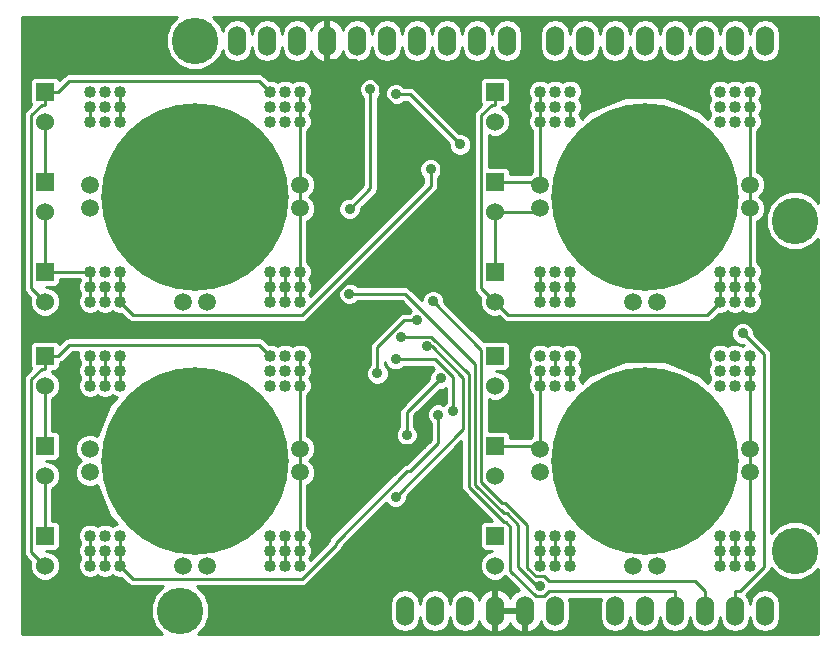
<source format=gbl>
G04 (created by PCBNEW (2013-07-07 BZR 4022)-stable) date 11/3/2017 9:35:14 AM*
%MOIN*%
G04 Gerber Fmt 3.4, Leading zero omitted, Abs format*
%FSLAX34Y34*%
G01*
G70*
G90*
G04 APERTURE LIST*
%ADD10C,0.00590551*%
%ADD11C,0.625*%
%ADD12C,0.04*%
%ADD13C,0.0590551*%
%ADD14R,0.06X0.06*%
%ADD15C,0.06*%
%ADD16O,0.06X0.1*%
%ADD17C,0.155*%
%ADD18C,0.035*%
%ADD19C,0.01*%
G04 APERTURE END LIST*
G54D10*
G54D11*
X85500Y-70000D03*
G54D12*
X82500Y-67000D03*
X82500Y-73000D03*
X82000Y-67500D03*
X83000Y-67500D03*
X83000Y-66500D03*
X82000Y-66500D03*
X82500Y-67500D03*
X82000Y-67000D03*
X82500Y-66500D03*
X83000Y-67000D03*
X82000Y-72500D03*
X82500Y-72500D03*
X83000Y-72500D03*
X83000Y-73000D03*
X83000Y-73500D03*
X82500Y-73500D03*
X82000Y-73500D03*
X82000Y-73000D03*
X88000Y-72500D03*
X88500Y-72500D03*
X89000Y-72500D03*
X89000Y-73000D03*
X88500Y-73000D03*
X88000Y-73000D03*
X88000Y-73500D03*
X88500Y-73500D03*
X89000Y-73500D03*
X88000Y-67500D03*
X88000Y-67000D03*
X88000Y-66500D03*
X88500Y-66500D03*
X88500Y-67000D03*
X88500Y-67500D03*
X89000Y-67500D03*
X89000Y-67000D03*
X89000Y-66500D03*
G54D13*
X85105Y-73500D03*
X85895Y-73500D03*
X82000Y-69605D03*
X82000Y-70395D03*
X89000Y-70395D03*
X89000Y-69605D03*
G54D11*
X70500Y-61200D03*
G54D12*
X67500Y-58200D03*
X67500Y-64200D03*
X67000Y-58700D03*
X68000Y-58700D03*
X68000Y-57700D03*
X67000Y-57700D03*
X67500Y-58700D03*
X67000Y-58200D03*
X67500Y-57700D03*
X68000Y-58200D03*
X67000Y-63700D03*
X67500Y-63700D03*
X68000Y-63700D03*
X68000Y-64200D03*
X68000Y-64700D03*
X67500Y-64700D03*
X67000Y-64700D03*
X67000Y-64200D03*
X73000Y-63700D03*
X73500Y-63700D03*
X74000Y-63700D03*
X74000Y-64200D03*
X73500Y-64200D03*
X73000Y-64200D03*
X73000Y-64700D03*
X73500Y-64700D03*
X74000Y-64700D03*
X73000Y-58700D03*
X73000Y-58200D03*
X73000Y-57700D03*
X73500Y-57700D03*
X73500Y-58200D03*
X73500Y-58700D03*
X74000Y-58700D03*
X74000Y-58200D03*
X74000Y-57700D03*
G54D13*
X70105Y-64700D03*
X70895Y-64700D03*
X67000Y-60805D03*
X67000Y-61595D03*
X74000Y-61595D03*
X74000Y-60805D03*
G54D11*
X85500Y-61200D03*
G54D12*
X82500Y-58200D03*
X82500Y-64200D03*
X82000Y-58700D03*
X83000Y-58700D03*
X83000Y-57700D03*
X82000Y-57700D03*
X82500Y-58700D03*
X82000Y-58200D03*
X82500Y-57700D03*
X83000Y-58200D03*
X82000Y-63700D03*
X82500Y-63700D03*
X83000Y-63700D03*
X83000Y-64200D03*
X83000Y-64700D03*
X82500Y-64700D03*
X82000Y-64700D03*
X82000Y-64200D03*
X88000Y-63700D03*
X88500Y-63700D03*
X89000Y-63700D03*
X89000Y-64200D03*
X88500Y-64200D03*
X88000Y-64200D03*
X88000Y-64700D03*
X88500Y-64700D03*
X89000Y-64700D03*
X88000Y-58700D03*
X88000Y-58200D03*
X88000Y-57700D03*
X88500Y-57700D03*
X88500Y-58200D03*
X88500Y-58700D03*
X89000Y-58700D03*
X89000Y-58200D03*
X89000Y-57700D03*
G54D13*
X85105Y-64700D03*
X85895Y-64700D03*
X82000Y-60805D03*
X82000Y-61595D03*
X89000Y-61595D03*
X89000Y-60805D03*
G54D11*
X70500Y-70000D03*
G54D12*
X67500Y-67000D03*
X67500Y-73000D03*
X67000Y-67500D03*
X68000Y-67500D03*
X68000Y-66500D03*
X67000Y-66500D03*
X67500Y-67500D03*
X67000Y-67000D03*
X67500Y-66500D03*
X68000Y-67000D03*
X67000Y-72500D03*
X67500Y-72500D03*
X68000Y-72500D03*
X68000Y-73000D03*
X68000Y-73500D03*
X67500Y-73500D03*
X67000Y-73500D03*
X67000Y-73000D03*
X73000Y-72500D03*
X73500Y-72500D03*
X74000Y-72500D03*
X74000Y-73000D03*
X73500Y-73000D03*
X73000Y-73000D03*
X73000Y-73500D03*
X73500Y-73500D03*
X74000Y-73500D03*
X73000Y-67500D03*
X73000Y-67000D03*
X73000Y-66500D03*
X73500Y-66500D03*
X73500Y-67000D03*
X73500Y-67500D03*
X74000Y-67500D03*
X74000Y-67000D03*
X74000Y-66500D03*
G54D13*
X70105Y-73500D03*
X70895Y-73500D03*
X67000Y-69605D03*
X67000Y-70395D03*
X74000Y-70395D03*
X74000Y-69605D03*
G54D14*
X80500Y-66500D03*
G54D15*
X80500Y-67500D03*
G54D14*
X80500Y-72500D03*
G54D15*
X80500Y-73500D03*
G54D14*
X80500Y-69500D03*
G54D15*
X80500Y-70500D03*
G54D14*
X65500Y-69500D03*
G54D15*
X65500Y-70500D03*
G54D14*
X65500Y-66500D03*
G54D15*
X65500Y-67500D03*
G54D14*
X65500Y-72500D03*
G54D15*
X65500Y-73500D03*
G54D14*
X80500Y-60700D03*
G54D15*
X80500Y-61700D03*
G54D14*
X80500Y-57700D03*
G54D15*
X80500Y-58700D03*
G54D14*
X80500Y-63700D03*
G54D15*
X80500Y-64700D03*
G54D14*
X65500Y-60700D03*
G54D15*
X65500Y-61700D03*
G54D14*
X65500Y-57700D03*
G54D15*
X65500Y-58700D03*
G54D14*
X65500Y-63700D03*
G54D15*
X65500Y-64700D03*
G54D16*
X89500Y-75000D03*
X88500Y-75000D03*
X87500Y-75000D03*
X84500Y-75000D03*
X85500Y-75000D03*
X86500Y-75000D03*
X82500Y-75000D03*
X81500Y-75000D03*
X80500Y-75000D03*
X78500Y-75000D03*
X77500Y-75000D03*
X89500Y-56000D03*
X88500Y-56000D03*
X87500Y-56000D03*
X86500Y-56000D03*
X85500Y-56000D03*
X84500Y-56000D03*
X83500Y-56000D03*
X82500Y-56000D03*
X80900Y-56000D03*
X79900Y-56000D03*
X78900Y-56000D03*
X77900Y-56000D03*
X76900Y-56000D03*
X75900Y-56000D03*
X74900Y-56000D03*
X73900Y-56000D03*
X79500Y-75000D03*
G54D17*
X90500Y-73000D03*
X90500Y-62000D03*
X70500Y-56000D03*
X70000Y-75000D03*
G54D16*
X72900Y-56000D03*
X71900Y-56000D03*
G54D18*
X80157Y-65369D03*
X74700Y-69098D03*
X78079Y-69476D03*
X79103Y-68347D03*
X77193Y-66614D03*
X78610Y-68468D03*
X77908Y-65325D03*
X76578Y-67093D03*
X88759Y-65758D03*
X81989Y-74175D03*
X75642Y-64445D03*
X78436Y-64687D03*
X77366Y-65882D03*
X79336Y-59456D03*
X77196Y-57785D03*
X78359Y-60287D03*
X78245Y-66195D03*
X77186Y-71206D03*
X75654Y-61610D03*
X76343Y-57621D03*
X77564Y-69144D03*
X78691Y-67256D03*
G54D19*
X74900Y-56000D02*
X74900Y-56650D01*
X78686Y-59740D02*
X78686Y-63898D01*
X76668Y-57722D02*
X78686Y-59740D01*
X76668Y-57486D02*
X76668Y-57722D01*
X75832Y-56650D02*
X76668Y-57486D01*
X74900Y-56650D02*
X75832Y-56650D01*
X78686Y-63898D02*
X80157Y-65369D01*
X74700Y-64904D02*
X74700Y-69098D01*
X75706Y-63898D02*
X74700Y-64904D01*
X78686Y-63898D02*
X75706Y-63898D01*
X75077Y-69476D02*
X74700Y-69098D01*
X78079Y-69476D02*
X75077Y-69476D01*
X79103Y-67200D02*
X79103Y-68347D01*
X78516Y-66614D02*
X79103Y-67200D01*
X77193Y-66614D02*
X78516Y-66614D01*
X65500Y-70500D02*
X65500Y-72500D01*
X67000Y-73000D02*
X67000Y-72500D01*
X67000Y-73500D02*
X67000Y-73000D01*
X67500Y-73500D02*
X67500Y-73000D01*
X68000Y-73500D02*
X68000Y-73000D01*
X68000Y-73000D02*
X68000Y-72500D01*
X78610Y-69410D02*
X78610Y-68468D01*
X77676Y-70344D02*
X78610Y-69410D01*
X77574Y-70344D02*
X77676Y-70344D01*
X75187Y-72732D02*
X77574Y-70344D01*
X75187Y-72817D02*
X75187Y-72732D01*
X74059Y-73945D02*
X75187Y-72817D01*
X68445Y-73945D02*
X74059Y-73945D01*
X68000Y-73500D02*
X68445Y-73945D01*
X89000Y-69605D02*
X89000Y-67500D01*
X89000Y-66500D02*
X89000Y-67000D01*
X89000Y-67000D02*
X89000Y-67500D01*
X89000Y-69605D02*
X89000Y-70395D01*
X89000Y-70395D02*
X89000Y-72500D01*
X88000Y-73500D02*
X88000Y-73000D01*
X88000Y-73000D02*
X88000Y-72500D01*
X88500Y-73500D02*
X88500Y-73000D01*
X88500Y-73000D02*
X88500Y-72500D01*
X89000Y-73500D02*
X89000Y-73000D01*
X89000Y-73000D02*
X89000Y-72500D01*
X74000Y-66500D02*
X74000Y-67000D01*
X73000Y-73500D02*
X73000Y-73000D01*
X73000Y-73000D02*
X73000Y-72500D01*
X73500Y-73500D02*
X73500Y-73000D01*
X73500Y-73000D02*
X73500Y-72500D01*
X74000Y-73500D02*
X74000Y-73000D01*
X74000Y-73000D02*
X74000Y-72500D01*
X65387Y-66950D02*
X65500Y-66950D01*
X65049Y-67287D02*
X65387Y-66950D01*
X65049Y-73049D02*
X65049Y-67287D01*
X65500Y-73500D02*
X65049Y-73049D01*
X65500Y-66500D02*
X65500Y-66950D01*
X66315Y-66134D02*
X65950Y-66500D01*
X72634Y-66134D02*
X66315Y-66134D01*
X73000Y-66500D02*
X72634Y-66134D01*
X65500Y-66500D02*
X65950Y-66500D01*
X74000Y-69605D02*
X74000Y-70395D01*
X74000Y-70395D02*
X74000Y-72500D01*
X74000Y-67000D02*
X74000Y-67500D01*
X74000Y-67500D02*
X74000Y-69605D01*
X82000Y-73500D02*
X82000Y-73000D01*
X82000Y-73000D02*
X82000Y-72500D01*
X82500Y-73500D02*
X82500Y-73000D01*
X83000Y-73500D02*
X83000Y-73000D01*
X83000Y-73000D02*
X83000Y-72500D01*
X82500Y-72500D02*
X82500Y-73000D01*
X76578Y-66210D02*
X76578Y-67093D01*
X77463Y-65325D02*
X76578Y-66210D01*
X77908Y-65325D02*
X77463Y-65325D01*
X89458Y-66457D02*
X88759Y-65758D01*
X89458Y-73553D02*
X89458Y-66457D01*
X88662Y-74349D02*
X89458Y-73553D01*
X88500Y-74349D02*
X88662Y-74349D01*
X88500Y-75000D02*
X88500Y-74349D01*
X82500Y-66500D02*
X82500Y-67000D01*
X83000Y-66500D02*
X83000Y-67000D01*
X83000Y-67500D02*
X83000Y-67000D01*
X82000Y-67000D02*
X82000Y-67500D01*
X80500Y-69500D02*
X80950Y-69500D01*
X82000Y-69500D02*
X80950Y-69500D01*
X82000Y-67500D02*
X82000Y-69500D01*
X82000Y-69500D02*
X82000Y-69605D01*
X77497Y-64445D02*
X75642Y-64445D01*
X79847Y-66795D02*
X77497Y-64445D01*
X79847Y-70804D02*
X79847Y-66795D01*
X80799Y-71757D02*
X79847Y-70804D01*
X80891Y-71757D02*
X80799Y-71757D01*
X81270Y-72136D02*
X80891Y-71757D01*
X81270Y-73553D02*
X81270Y-72136D01*
X81893Y-74175D02*
X81270Y-73553D01*
X81989Y-74175D02*
X81893Y-74175D01*
X87500Y-75000D02*
X87500Y-74349D01*
X80047Y-66298D02*
X78436Y-64687D01*
X80047Y-70711D02*
X80047Y-66298D01*
X80749Y-71414D02*
X80047Y-70711D01*
X80830Y-71414D02*
X80749Y-71414D01*
X81570Y-72153D02*
X80830Y-71414D01*
X81570Y-73566D02*
X81570Y-72153D01*
X81855Y-73850D02*
X81570Y-73566D01*
X82124Y-73850D02*
X81855Y-73850D01*
X82297Y-74023D02*
X82124Y-73850D01*
X87173Y-74023D02*
X82297Y-74023D01*
X87500Y-74349D02*
X87173Y-74023D01*
X86500Y-75000D02*
X86500Y-74349D01*
X77378Y-65870D02*
X77366Y-65882D01*
X78379Y-65870D02*
X77378Y-65870D01*
X79632Y-67123D02*
X78379Y-65870D01*
X79632Y-70878D02*
X79632Y-67123D01*
X80804Y-72049D02*
X79632Y-70878D01*
X80862Y-72049D02*
X80804Y-72049D01*
X81010Y-72198D02*
X80862Y-72049D01*
X81010Y-73665D02*
X81010Y-72198D01*
X81859Y-74514D02*
X81010Y-73665D01*
X82149Y-74514D02*
X81859Y-74514D01*
X82313Y-74349D02*
X82149Y-74514D01*
X86500Y-74349D02*
X82313Y-74349D01*
X77664Y-57785D02*
X79336Y-59456D01*
X77196Y-57785D02*
X77664Y-57785D01*
X77196Y-57785D02*
X77196Y-57785D01*
X65387Y-58150D02*
X65500Y-58150D01*
X65049Y-58487D02*
X65387Y-58150D01*
X65049Y-64249D02*
X65049Y-58487D01*
X65500Y-64700D02*
X65049Y-64249D01*
X65500Y-57700D02*
X65500Y-58150D01*
X74000Y-60805D02*
X74000Y-61595D01*
X74000Y-61595D02*
X74000Y-63700D01*
X74000Y-57700D02*
X74000Y-58200D01*
X74000Y-58200D02*
X74000Y-58700D01*
X74000Y-58700D02*
X74000Y-60805D01*
X73000Y-64700D02*
X73000Y-64200D01*
X73000Y-64200D02*
X73000Y-63700D01*
X73500Y-64700D02*
X73500Y-64200D01*
X73500Y-64200D02*
X73500Y-63700D01*
X74000Y-64700D02*
X74000Y-64200D01*
X74000Y-64200D02*
X74000Y-63700D01*
X66308Y-57341D02*
X65950Y-57700D01*
X72641Y-57341D02*
X66308Y-57341D01*
X73000Y-57700D02*
X72641Y-57341D01*
X65500Y-57700D02*
X65950Y-57700D01*
X65500Y-61700D02*
X65500Y-63700D01*
X67000Y-64700D02*
X67000Y-64200D01*
X67500Y-64700D02*
X67500Y-64200D01*
X68000Y-64200D02*
X68000Y-63700D01*
X67000Y-64200D02*
X67000Y-63700D01*
X65500Y-63700D02*
X65950Y-63700D01*
X67000Y-63700D02*
X65950Y-63700D01*
X68000Y-64700D02*
X68000Y-64200D01*
X68445Y-65145D02*
X68000Y-64700D01*
X74058Y-65145D02*
X68445Y-65145D01*
X78359Y-60844D02*
X74058Y-65145D01*
X78359Y-60287D02*
X78359Y-60844D01*
X65500Y-60700D02*
X65500Y-58700D01*
X68000Y-57700D02*
X68000Y-58200D01*
X68000Y-58700D02*
X68000Y-58200D01*
X67000Y-58700D02*
X67000Y-58200D01*
X65500Y-69500D02*
X65500Y-67500D01*
X67500Y-66500D02*
X67500Y-67000D01*
X67500Y-67500D02*
X67500Y-67000D01*
X67000Y-66500D02*
X67000Y-67000D01*
X67000Y-67000D02*
X67000Y-67500D01*
X68000Y-66500D02*
X68000Y-67000D01*
X68000Y-67000D02*
X68000Y-67500D01*
X82000Y-57700D02*
X82000Y-58200D01*
X83000Y-58700D02*
X83000Y-58200D01*
X82000Y-58700D02*
X82000Y-58200D01*
X80500Y-60700D02*
X80950Y-60700D01*
X82000Y-60700D02*
X80950Y-60700D01*
X82000Y-60805D02*
X82000Y-60700D01*
X82000Y-60700D02*
X82000Y-58700D01*
X82000Y-64700D02*
X82000Y-64200D01*
X82000Y-64200D02*
X82000Y-63700D01*
X82500Y-64700D02*
X82500Y-64200D01*
X83000Y-64700D02*
X83000Y-64200D01*
X83000Y-64200D02*
X83000Y-63700D01*
X80500Y-63700D02*
X80500Y-61700D01*
X81895Y-61700D02*
X82000Y-61595D01*
X80500Y-61700D02*
X81895Y-61700D01*
X79432Y-68959D02*
X77186Y-71206D01*
X79432Y-67235D02*
X79432Y-68959D01*
X78392Y-66195D02*
X79432Y-67235D01*
X78245Y-66195D02*
X78392Y-66195D01*
X89000Y-60805D02*
X89000Y-58700D01*
X89000Y-57700D02*
X89000Y-58200D01*
X89000Y-58200D02*
X89000Y-58700D01*
X89000Y-60805D02*
X89000Y-61595D01*
X89000Y-61595D02*
X89000Y-63700D01*
X88000Y-64200D02*
X88000Y-63700D01*
X88500Y-64700D02*
X88500Y-64200D01*
X88500Y-64200D02*
X88500Y-63700D01*
X89000Y-64700D02*
X89000Y-64200D01*
X89000Y-64200D02*
X89000Y-63700D01*
X80500Y-57700D02*
X80500Y-58150D01*
X88000Y-64700D02*
X88000Y-64200D01*
X80049Y-64249D02*
X80500Y-64700D01*
X80049Y-58487D02*
X80049Y-64249D01*
X80387Y-58150D02*
X80049Y-58487D01*
X80500Y-58150D02*
X80387Y-58150D01*
X87554Y-65145D02*
X88000Y-64700D01*
X80945Y-65145D02*
X87554Y-65145D01*
X80500Y-64700D02*
X80945Y-65145D01*
X76343Y-60921D02*
X75654Y-61610D01*
X76343Y-57621D02*
X76343Y-60921D01*
X77564Y-68382D02*
X77564Y-69144D01*
X78691Y-67256D02*
X77564Y-68382D01*
G54D10*
G36*
X91280Y-72401D02*
X91053Y-72173D01*
X90694Y-72025D01*
X90306Y-72024D01*
X89948Y-72172D01*
X89708Y-72412D01*
X89708Y-66457D01*
X89689Y-66362D01*
X89689Y-66362D01*
X89635Y-66281D01*
X89495Y-66141D01*
X89495Y-61496D01*
X89420Y-61314D01*
X89305Y-61199D01*
X89419Y-61085D01*
X89495Y-60903D01*
X89495Y-60706D01*
X89420Y-60524D01*
X89280Y-60385D01*
X89250Y-60372D01*
X89250Y-59015D01*
X89338Y-58926D01*
X89399Y-58779D01*
X89400Y-58620D01*
X89339Y-58473D01*
X89315Y-58450D01*
X89338Y-58426D01*
X89399Y-58279D01*
X89400Y-58120D01*
X89339Y-57973D01*
X89315Y-57950D01*
X89338Y-57926D01*
X89399Y-57779D01*
X89400Y-57620D01*
X89339Y-57473D01*
X89226Y-57361D01*
X89079Y-57300D01*
X88920Y-57299D01*
X88773Y-57360D01*
X88750Y-57384D01*
X88726Y-57361D01*
X88579Y-57300D01*
X88420Y-57299D01*
X88273Y-57360D01*
X88250Y-57384D01*
X88226Y-57361D01*
X88079Y-57300D01*
X87920Y-57299D01*
X87773Y-57360D01*
X87661Y-57473D01*
X87600Y-57620D01*
X87599Y-57779D01*
X87660Y-57926D01*
X87684Y-57949D01*
X87661Y-57973D01*
X87600Y-58120D01*
X87599Y-58279D01*
X87660Y-58426D01*
X87684Y-58449D01*
X87661Y-58473D01*
X87606Y-58604D01*
X87385Y-58382D01*
X86164Y-57875D01*
X84841Y-57874D01*
X83618Y-58379D01*
X83393Y-58604D01*
X83339Y-58473D01*
X83315Y-58450D01*
X83338Y-58426D01*
X83399Y-58279D01*
X83400Y-58120D01*
X83339Y-57973D01*
X83315Y-57950D01*
X83338Y-57926D01*
X83399Y-57779D01*
X83400Y-57620D01*
X83339Y-57473D01*
X83226Y-57361D01*
X83079Y-57300D01*
X82920Y-57299D01*
X82773Y-57360D01*
X82750Y-57384D01*
X82726Y-57361D01*
X82579Y-57300D01*
X82420Y-57299D01*
X82273Y-57360D01*
X82250Y-57384D01*
X82226Y-57361D01*
X82079Y-57300D01*
X81920Y-57299D01*
X81773Y-57360D01*
X81661Y-57473D01*
X81600Y-57620D01*
X81599Y-57779D01*
X81660Y-57926D01*
X81684Y-57949D01*
X81661Y-57973D01*
X81600Y-58120D01*
X81599Y-58279D01*
X81660Y-58426D01*
X81684Y-58449D01*
X81661Y-58473D01*
X81600Y-58620D01*
X81599Y-58779D01*
X81660Y-58926D01*
X81750Y-59015D01*
X81750Y-60372D01*
X81719Y-60384D01*
X81654Y-60450D01*
X81400Y-60450D01*
X81400Y-56213D01*
X81400Y-55786D01*
X81361Y-55594D01*
X81253Y-55432D01*
X81091Y-55324D01*
X80900Y-55286D01*
X80708Y-55324D01*
X80546Y-55432D01*
X80438Y-55594D01*
X80400Y-55786D01*
X80361Y-55594D01*
X80253Y-55432D01*
X80091Y-55324D01*
X79900Y-55286D01*
X79708Y-55324D01*
X79546Y-55432D01*
X79438Y-55594D01*
X79400Y-55786D01*
X79361Y-55594D01*
X79253Y-55432D01*
X79091Y-55324D01*
X78900Y-55286D01*
X78708Y-55324D01*
X78546Y-55432D01*
X78438Y-55594D01*
X78400Y-55786D01*
X78361Y-55594D01*
X78253Y-55432D01*
X78091Y-55324D01*
X77900Y-55286D01*
X77708Y-55324D01*
X77546Y-55432D01*
X77438Y-55594D01*
X77400Y-55786D01*
X77361Y-55594D01*
X77253Y-55432D01*
X77091Y-55324D01*
X76900Y-55286D01*
X76708Y-55324D01*
X76546Y-55432D01*
X76438Y-55594D01*
X76400Y-55786D01*
X76361Y-55594D01*
X76253Y-55432D01*
X76091Y-55324D01*
X75900Y-55286D01*
X75708Y-55324D01*
X75546Y-55432D01*
X75438Y-55594D01*
X75424Y-55663D01*
X75388Y-55543D01*
X75253Y-55375D01*
X75064Y-55272D01*
X75035Y-55266D01*
X74950Y-55315D01*
X74950Y-55950D01*
X74957Y-55950D01*
X74957Y-56050D01*
X74950Y-56050D01*
X74950Y-56684D01*
X75035Y-56733D01*
X75064Y-56727D01*
X75253Y-56624D01*
X75388Y-56456D01*
X75424Y-56336D01*
X75438Y-56405D01*
X75546Y-56567D01*
X75708Y-56675D01*
X75900Y-56713D01*
X76091Y-56675D01*
X76253Y-56567D01*
X76361Y-56405D01*
X76400Y-56213D01*
X76438Y-56405D01*
X76546Y-56567D01*
X76708Y-56675D01*
X76900Y-56713D01*
X77091Y-56675D01*
X77253Y-56567D01*
X77361Y-56405D01*
X77400Y-56213D01*
X77438Y-56405D01*
X77546Y-56567D01*
X77708Y-56675D01*
X77900Y-56713D01*
X78091Y-56675D01*
X78253Y-56567D01*
X78361Y-56405D01*
X78400Y-56213D01*
X78438Y-56405D01*
X78546Y-56567D01*
X78708Y-56675D01*
X78900Y-56713D01*
X79091Y-56675D01*
X79253Y-56567D01*
X79361Y-56405D01*
X79400Y-56213D01*
X79438Y-56405D01*
X79546Y-56567D01*
X79708Y-56675D01*
X79900Y-56713D01*
X80091Y-56675D01*
X80253Y-56567D01*
X80361Y-56405D01*
X80400Y-56213D01*
X80438Y-56405D01*
X80546Y-56567D01*
X80708Y-56675D01*
X80900Y-56713D01*
X81091Y-56675D01*
X81253Y-56567D01*
X81361Y-56405D01*
X81400Y-56213D01*
X81400Y-60450D01*
X81000Y-60450D01*
X81000Y-60360D01*
X80969Y-60286D01*
X80913Y-60230D01*
X80839Y-60200D01*
X80760Y-60199D01*
X80299Y-60199D01*
X80299Y-59158D01*
X80400Y-59199D01*
X80599Y-59200D01*
X80782Y-59124D01*
X80923Y-58983D01*
X80999Y-58799D01*
X81000Y-58600D01*
X80924Y-58417D01*
X80783Y-58276D01*
X80726Y-58252D01*
X80730Y-58245D01*
X80740Y-58200D01*
X80839Y-58200D01*
X80913Y-58169D01*
X80969Y-58113D01*
X80999Y-58039D01*
X81000Y-57960D01*
X81000Y-57360D01*
X80969Y-57286D01*
X80913Y-57230D01*
X80839Y-57200D01*
X80760Y-57199D01*
X80160Y-57199D01*
X80086Y-57230D01*
X80030Y-57286D01*
X80000Y-57360D01*
X79999Y-57439D01*
X79999Y-58039D01*
X80030Y-58113D01*
X80050Y-58133D01*
X79873Y-58310D01*
X79818Y-58392D01*
X79799Y-58487D01*
X79799Y-64249D01*
X79818Y-64345D01*
X79873Y-64426D01*
X80013Y-64567D01*
X80000Y-64600D01*
X79999Y-64799D01*
X80075Y-64982D01*
X80216Y-65123D01*
X80400Y-65199D01*
X80599Y-65200D01*
X80632Y-65186D01*
X80768Y-65322D01*
X80768Y-65322D01*
X80817Y-65354D01*
X80849Y-65376D01*
X80849Y-65376D01*
X80945Y-65395D01*
X87554Y-65395D01*
X87650Y-65376D01*
X87731Y-65322D01*
X87953Y-65099D01*
X88079Y-65100D01*
X88226Y-65039D01*
X88249Y-65015D01*
X88273Y-65038D01*
X88420Y-65099D01*
X88579Y-65100D01*
X88726Y-65039D01*
X88749Y-65015D01*
X88773Y-65038D01*
X88920Y-65099D01*
X89079Y-65100D01*
X89226Y-65039D01*
X89338Y-64926D01*
X89399Y-64779D01*
X89400Y-64620D01*
X89339Y-64473D01*
X89315Y-64450D01*
X89338Y-64426D01*
X89399Y-64279D01*
X89400Y-64120D01*
X89339Y-63973D01*
X89315Y-63950D01*
X89338Y-63926D01*
X89399Y-63779D01*
X89400Y-63620D01*
X89339Y-63473D01*
X89250Y-63384D01*
X89250Y-62027D01*
X89280Y-62015D01*
X89419Y-61875D01*
X89495Y-61693D01*
X89495Y-61496D01*
X89495Y-66141D01*
X89134Y-65779D01*
X89134Y-65684D01*
X89077Y-65546D01*
X88971Y-65440D01*
X88834Y-65383D01*
X88685Y-65383D01*
X88547Y-65440D01*
X88441Y-65545D01*
X88384Y-65683D01*
X88384Y-65832D01*
X88441Y-65970D01*
X88546Y-66076D01*
X88684Y-66133D01*
X88780Y-66133D01*
X88797Y-66150D01*
X88773Y-66160D01*
X88750Y-66184D01*
X88726Y-66161D01*
X88579Y-66100D01*
X88420Y-66099D01*
X88273Y-66160D01*
X88250Y-66184D01*
X88226Y-66161D01*
X88079Y-66100D01*
X87920Y-66099D01*
X87773Y-66160D01*
X87661Y-66273D01*
X87600Y-66420D01*
X87599Y-66579D01*
X87660Y-66726D01*
X87684Y-66749D01*
X87661Y-66773D01*
X87600Y-66920D01*
X87599Y-67079D01*
X87660Y-67226D01*
X87684Y-67249D01*
X87661Y-67273D01*
X87606Y-67404D01*
X87385Y-67182D01*
X86164Y-66675D01*
X84841Y-66674D01*
X83618Y-67179D01*
X83393Y-67404D01*
X83339Y-67273D01*
X83315Y-67250D01*
X83338Y-67226D01*
X83399Y-67079D01*
X83400Y-66920D01*
X83339Y-66773D01*
X83315Y-66750D01*
X83338Y-66726D01*
X83399Y-66579D01*
X83400Y-66420D01*
X83339Y-66273D01*
X83226Y-66161D01*
X83079Y-66100D01*
X82920Y-66099D01*
X82773Y-66160D01*
X82750Y-66184D01*
X82726Y-66161D01*
X82579Y-66100D01*
X82420Y-66099D01*
X82273Y-66160D01*
X82250Y-66184D01*
X82226Y-66161D01*
X82079Y-66100D01*
X81920Y-66099D01*
X81773Y-66160D01*
X81661Y-66273D01*
X81600Y-66420D01*
X81599Y-66579D01*
X81660Y-66726D01*
X81684Y-66749D01*
X81661Y-66773D01*
X81600Y-66920D01*
X81599Y-67079D01*
X81660Y-67226D01*
X81684Y-67249D01*
X81661Y-67273D01*
X81600Y-67420D01*
X81599Y-67579D01*
X81660Y-67726D01*
X81750Y-67815D01*
X81750Y-69172D01*
X81719Y-69184D01*
X81654Y-69250D01*
X81000Y-69250D01*
X81000Y-69160D01*
X80969Y-69086D01*
X80913Y-69030D01*
X80839Y-69000D01*
X80760Y-68999D01*
X80297Y-68999D01*
X80297Y-67957D01*
X80400Y-67999D01*
X80599Y-68000D01*
X80782Y-67924D01*
X80923Y-67783D01*
X80999Y-67599D01*
X81000Y-67400D01*
X80924Y-67217D01*
X80783Y-67076D01*
X80599Y-67000D01*
X80539Y-67000D01*
X80839Y-67000D01*
X80913Y-66969D01*
X80969Y-66913D01*
X80999Y-66839D01*
X81000Y-66760D01*
X81000Y-66160D01*
X80969Y-66086D01*
X80913Y-66030D01*
X80839Y-66000D01*
X80760Y-65999D01*
X80160Y-65999D01*
X80119Y-66016D01*
X79711Y-65609D01*
X79711Y-59382D01*
X79654Y-59244D01*
X79549Y-59139D01*
X79411Y-59081D01*
X79315Y-59081D01*
X77841Y-57608D01*
X77760Y-57554D01*
X77664Y-57535D01*
X77476Y-57535D01*
X77409Y-57467D01*
X77271Y-57410D01*
X77122Y-57409D01*
X76984Y-57466D01*
X76878Y-57572D01*
X76821Y-57710D01*
X76821Y-57859D01*
X76878Y-57997D01*
X76983Y-58102D01*
X77121Y-58159D01*
X77270Y-58160D01*
X77408Y-58103D01*
X77476Y-58035D01*
X77561Y-58035D01*
X78961Y-59435D01*
X78961Y-59531D01*
X79018Y-59669D01*
X79124Y-59774D01*
X79261Y-59831D01*
X79411Y-59831D01*
X79548Y-59775D01*
X79654Y-59669D01*
X79711Y-59531D01*
X79711Y-59382D01*
X79711Y-65609D01*
X78811Y-64709D01*
X78811Y-64613D01*
X78754Y-64475D01*
X78734Y-64455D01*
X78734Y-60213D01*
X78677Y-60075D01*
X78571Y-59970D01*
X78434Y-59913D01*
X78284Y-59912D01*
X78146Y-59969D01*
X78041Y-60075D01*
X77984Y-60213D01*
X77984Y-60362D01*
X78041Y-60500D01*
X78109Y-60568D01*
X78109Y-60741D01*
X76718Y-62131D01*
X76718Y-57546D01*
X76661Y-57409D01*
X76556Y-57303D01*
X76418Y-57246D01*
X76269Y-57246D01*
X76131Y-57303D01*
X76025Y-57408D01*
X75968Y-57546D01*
X75968Y-57695D01*
X76025Y-57833D01*
X76093Y-57901D01*
X76093Y-60818D01*
X75675Y-61235D01*
X75580Y-61235D01*
X75442Y-61292D01*
X75336Y-61398D01*
X75279Y-61536D01*
X75279Y-61685D01*
X75336Y-61823D01*
X75441Y-61928D01*
X75579Y-61985D01*
X75728Y-61986D01*
X75866Y-61929D01*
X75972Y-61823D01*
X76029Y-61685D01*
X76029Y-61589D01*
X76520Y-61098D01*
X76520Y-61098D01*
X76520Y-61098D01*
X76574Y-61017D01*
X76574Y-61017D01*
X76593Y-60921D01*
X76593Y-57901D01*
X76661Y-57833D01*
X76718Y-57696D01*
X76718Y-57546D01*
X76718Y-62131D01*
X74350Y-64499D01*
X74339Y-64473D01*
X74315Y-64450D01*
X74338Y-64426D01*
X74399Y-64279D01*
X74400Y-64120D01*
X74339Y-63973D01*
X74315Y-63950D01*
X74338Y-63926D01*
X74399Y-63779D01*
X74400Y-63620D01*
X74339Y-63473D01*
X74250Y-63384D01*
X74250Y-62027D01*
X74280Y-62015D01*
X74419Y-61875D01*
X74495Y-61693D01*
X74495Y-61496D01*
X74420Y-61314D01*
X74305Y-61199D01*
X74419Y-61085D01*
X74495Y-60903D01*
X74495Y-60706D01*
X74420Y-60524D01*
X74280Y-60385D01*
X74250Y-60372D01*
X74250Y-59015D01*
X74338Y-58926D01*
X74399Y-58779D01*
X74400Y-58620D01*
X74339Y-58473D01*
X74315Y-58450D01*
X74338Y-58426D01*
X74399Y-58279D01*
X74400Y-58120D01*
X74339Y-57973D01*
X74315Y-57950D01*
X74338Y-57926D01*
X74399Y-57779D01*
X74400Y-57620D01*
X74339Y-57473D01*
X74226Y-57361D01*
X74079Y-57300D01*
X73920Y-57299D01*
X73773Y-57360D01*
X73750Y-57384D01*
X73726Y-57361D01*
X73579Y-57300D01*
X73420Y-57299D01*
X73273Y-57360D01*
X73250Y-57384D01*
X73226Y-57361D01*
X73079Y-57300D01*
X72953Y-57299D01*
X72818Y-57164D01*
X72737Y-57110D01*
X72641Y-57091D01*
X66308Y-57091D01*
X66308Y-57091D01*
X66289Y-57095D01*
X66212Y-57110D01*
X66131Y-57164D01*
X66131Y-57164D01*
X65981Y-57315D01*
X65969Y-57286D01*
X65913Y-57230D01*
X65839Y-57200D01*
X65760Y-57199D01*
X65160Y-57199D01*
X65086Y-57230D01*
X65030Y-57286D01*
X65000Y-57360D01*
X64999Y-57439D01*
X64999Y-58039D01*
X65030Y-58113D01*
X65050Y-58133D01*
X64873Y-58310D01*
X64818Y-58392D01*
X64799Y-58487D01*
X64799Y-64249D01*
X64818Y-64345D01*
X64873Y-64426D01*
X65013Y-64567D01*
X65000Y-64600D01*
X64999Y-64799D01*
X65075Y-64982D01*
X65216Y-65123D01*
X65400Y-65199D01*
X65599Y-65200D01*
X65782Y-65124D01*
X65923Y-64983D01*
X65999Y-64799D01*
X66000Y-64600D01*
X65924Y-64417D01*
X65783Y-64276D01*
X65599Y-64200D01*
X65539Y-64200D01*
X65839Y-64200D01*
X65913Y-64169D01*
X65969Y-64113D01*
X65999Y-64039D01*
X66000Y-63960D01*
X66000Y-63950D01*
X66684Y-63950D01*
X66661Y-63973D01*
X66600Y-64120D01*
X66599Y-64279D01*
X66660Y-64426D01*
X66684Y-64449D01*
X66661Y-64473D01*
X66600Y-64620D01*
X66599Y-64779D01*
X66660Y-64926D01*
X66773Y-65038D01*
X66920Y-65099D01*
X67079Y-65100D01*
X67226Y-65039D01*
X67249Y-65015D01*
X67273Y-65038D01*
X67420Y-65099D01*
X67579Y-65100D01*
X67726Y-65039D01*
X67749Y-65015D01*
X67773Y-65038D01*
X67920Y-65099D01*
X68046Y-65100D01*
X68268Y-65322D01*
X68268Y-65322D01*
X68349Y-65376D01*
X68349Y-65376D01*
X68426Y-65391D01*
X68445Y-65395D01*
X68445Y-65395D01*
X68445Y-65395D01*
X74058Y-65395D01*
X74153Y-65376D01*
X74234Y-65322D01*
X78535Y-61021D01*
X78590Y-60940D01*
X78590Y-60940D01*
X78609Y-60844D01*
X78609Y-60568D01*
X78676Y-60500D01*
X78734Y-60362D01*
X78734Y-60213D01*
X78734Y-64455D01*
X78649Y-64370D01*
X78511Y-64313D01*
X78362Y-64312D01*
X78224Y-64369D01*
X78118Y-64475D01*
X78061Y-64613D01*
X78061Y-64655D01*
X77674Y-64268D01*
X77593Y-64214D01*
X77497Y-64195D01*
X75922Y-64195D01*
X75854Y-64127D01*
X75717Y-64070D01*
X75567Y-64070D01*
X75430Y-64127D01*
X75324Y-64232D01*
X75267Y-64370D01*
X75267Y-64519D01*
X75324Y-64657D01*
X75429Y-64763D01*
X75567Y-64820D01*
X75716Y-64820D01*
X75854Y-64763D01*
X75922Y-64695D01*
X77394Y-64695D01*
X77702Y-65004D01*
X77696Y-65006D01*
X77627Y-65075D01*
X77463Y-65075D01*
X77367Y-65094D01*
X77286Y-65148D01*
X76401Y-66033D01*
X76347Y-66114D01*
X76328Y-66210D01*
X76328Y-66812D01*
X76260Y-66880D01*
X76203Y-67018D01*
X76203Y-67167D01*
X76259Y-67305D01*
X76365Y-67410D01*
X76503Y-67468D01*
X76652Y-67468D01*
X76790Y-67411D01*
X76895Y-67305D01*
X76953Y-67167D01*
X76953Y-67018D01*
X76896Y-66880D01*
X76828Y-66812D01*
X76828Y-66712D01*
X76875Y-66826D01*
X76980Y-66932D01*
X77118Y-66989D01*
X77267Y-66989D01*
X77405Y-66932D01*
X77473Y-66864D01*
X78413Y-66864D01*
X78484Y-66935D01*
X78479Y-66937D01*
X78373Y-67043D01*
X78316Y-67181D01*
X78316Y-67277D01*
X77387Y-68206D01*
X77333Y-68287D01*
X77314Y-68382D01*
X77314Y-68864D01*
X77246Y-68932D01*
X77189Y-69070D01*
X77189Y-69219D01*
X77246Y-69357D01*
X77351Y-69462D01*
X77489Y-69519D01*
X77638Y-69520D01*
X77776Y-69463D01*
X77882Y-69357D01*
X77939Y-69219D01*
X77939Y-69070D01*
X77882Y-68932D01*
X77814Y-68864D01*
X77814Y-68486D01*
X78670Y-67631D01*
X78765Y-67631D01*
X78853Y-67595D01*
X78853Y-68066D01*
X78785Y-68134D01*
X78785Y-68134D01*
X78685Y-68093D01*
X78536Y-68093D01*
X78398Y-68149D01*
X78292Y-68255D01*
X78235Y-68393D01*
X78235Y-68542D01*
X78292Y-68680D01*
X78360Y-68748D01*
X78360Y-69306D01*
X77572Y-70095D01*
X77555Y-70098D01*
X77478Y-70113D01*
X77397Y-70168D01*
X77397Y-70168D01*
X75010Y-72555D01*
X74956Y-72636D01*
X74941Y-72709D01*
X74350Y-73300D01*
X74339Y-73273D01*
X74315Y-73250D01*
X74338Y-73226D01*
X74399Y-73079D01*
X74400Y-72920D01*
X74339Y-72773D01*
X74315Y-72750D01*
X74338Y-72726D01*
X74399Y-72579D01*
X74400Y-72420D01*
X74339Y-72273D01*
X74250Y-72184D01*
X74250Y-70827D01*
X74280Y-70815D01*
X74419Y-70675D01*
X74495Y-70493D01*
X74495Y-70296D01*
X74420Y-70114D01*
X74305Y-69999D01*
X74419Y-69885D01*
X74495Y-69703D01*
X74495Y-69506D01*
X74420Y-69324D01*
X74280Y-69185D01*
X74250Y-69172D01*
X74250Y-67815D01*
X74338Y-67726D01*
X74399Y-67579D01*
X74400Y-67420D01*
X74339Y-67273D01*
X74315Y-67250D01*
X74338Y-67226D01*
X74399Y-67079D01*
X74400Y-66920D01*
X74339Y-66773D01*
X74315Y-66750D01*
X74338Y-66726D01*
X74399Y-66579D01*
X74400Y-66420D01*
X74339Y-66273D01*
X74226Y-66161D01*
X74079Y-66100D01*
X73920Y-66099D01*
X73773Y-66160D01*
X73750Y-66184D01*
X73726Y-66161D01*
X73579Y-66100D01*
X73420Y-66099D01*
X73273Y-66160D01*
X73250Y-66184D01*
X73226Y-66161D01*
X73079Y-66100D01*
X72953Y-66099D01*
X72811Y-65957D01*
X72730Y-65903D01*
X72634Y-65884D01*
X66315Y-65884D01*
X66220Y-65903D01*
X66138Y-65957D01*
X65981Y-66115D01*
X65969Y-66086D01*
X65913Y-66030D01*
X65839Y-66000D01*
X65760Y-65999D01*
X65160Y-65999D01*
X65086Y-66030D01*
X65030Y-66086D01*
X65000Y-66160D01*
X64999Y-66239D01*
X64999Y-66839D01*
X65030Y-66913D01*
X65050Y-66933D01*
X64873Y-67110D01*
X64818Y-67192D01*
X64799Y-67287D01*
X64799Y-73049D01*
X64818Y-73145D01*
X64873Y-73226D01*
X65013Y-73367D01*
X65000Y-73400D01*
X64999Y-73599D01*
X65075Y-73782D01*
X65216Y-73923D01*
X65400Y-73999D01*
X65599Y-74000D01*
X65782Y-73924D01*
X65923Y-73783D01*
X65999Y-73599D01*
X66000Y-73400D01*
X65924Y-73217D01*
X65783Y-73076D01*
X65599Y-73000D01*
X65539Y-73000D01*
X65839Y-73000D01*
X65913Y-72969D01*
X65969Y-72913D01*
X65999Y-72839D01*
X66000Y-72760D01*
X66000Y-72160D01*
X65969Y-72086D01*
X65913Y-72030D01*
X65839Y-72000D01*
X65760Y-71999D01*
X65750Y-71999D01*
X65750Y-70937D01*
X65782Y-70924D01*
X65923Y-70783D01*
X65999Y-70599D01*
X66000Y-70400D01*
X65924Y-70217D01*
X65783Y-70076D01*
X65599Y-70000D01*
X65539Y-70000D01*
X65839Y-70000D01*
X65913Y-69969D01*
X65969Y-69913D01*
X65999Y-69839D01*
X66000Y-69760D01*
X66000Y-69160D01*
X65969Y-69086D01*
X65913Y-69030D01*
X65839Y-69000D01*
X65760Y-68999D01*
X65750Y-68999D01*
X65750Y-67937D01*
X65782Y-67924D01*
X65923Y-67783D01*
X65999Y-67599D01*
X66000Y-67400D01*
X65924Y-67217D01*
X65783Y-67076D01*
X65726Y-67052D01*
X65730Y-67045D01*
X65740Y-67000D01*
X65839Y-67000D01*
X65913Y-66969D01*
X65969Y-66913D01*
X65999Y-66839D01*
X66000Y-66760D01*
X66000Y-66740D01*
X66045Y-66730D01*
X66126Y-66676D01*
X66419Y-66384D01*
X66614Y-66384D01*
X66600Y-66420D01*
X66599Y-66579D01*
X66660Y-66726D01*
X66684Y-66749D01*
X66661Y-66773D01*
X66600Y-66920D01*
X66599Y-67079D01*
X66660Y-67226D01*
X66684Y-67249D01*
X66661Y-67273D01*
X66600Y-67420D01*
X66599Y-67579D01*
X66660Y-67726D01*
X66773Y-67838D01*
X66920Y-67899D01*
X67079Y-67900D01*
X67226Y-67839D01*
X67249Y-67815D01*
X67273Y-67838D01*
X67420Y-67899D01*
X67579Y-67900D01*
X67726Y-67839D01*
X67749Y-67815D01*
X67773Y-67838D01*
X67904Y-67893D01*
X67682Y-68114D01*
X67244Y-69170D01*
X67098Y-69109D01*
X66901Y-69109D01*
X66719Y-69184D01*
X66580Y-69324D01*
X66504Y-69506D01*
X66504Y-69703D01*
X66579Y-69885D01*
X66694Y-70000D01*
X66580Y-70114D01*
X66504Y-70296D01*
X66504Y-70493D01*
X66579Y-70675D01*
X66719Y-70814D01*
X66901Y-70890D01*
X67098Y-70890D01*
X67245Y-70829D01*
X67679Y-71881D01*
X67904Y-72106D01*
X67773Y-72160D01*
X67750Y-72184D01*
X67726Y-72161D01*
X67579Y-72100D01*
X67420Y-72099D01*
X67273Y-72160D01*
X67250Y-72184D01*
X67226Y-72161D01*
X67079Y-72100D01*
X66920Y-72099D01*
X66773Y-72160D01*
X66661Y-72273D01*
X66600Y-72420D01*
X66599Y-72579D01*
X66660Y-72726D01*
X66684Y-72749D01*
X66661Y-72773D01*
X66600Y-72920D01*
X66599Y-73079D01*
X66660Y-73226D01*
X66684Y-73249D01*
X66661Y-73273D01*
X66600Y-73420D01*
X66599Y-73579D01*
X66660Y-73726D01*
X66773Y-73838D01*
X66920Y-73899D01*
X67079Y-73900D01*
X67226Y-73839D01*
X67249Y-73815D01*
X67273Y-73838D01*
X67420Y-73899D01*
X67579Y-73900D01*
X67726Y-73839D01*
X67749Y-73815D01*
X67773Y-73838D01*
X67920Y-73899D01*
X68046Y-73900D01*
X68268Y-74122D01*
X68349Y-74176D01*
X68445Y-74195D01*
X69425Y-74195D01*
X69173Y-74446D01*
X69025Y-74805D01*
X69024Y-75193D01*
X69172Y-75551D01*
X69401Y-75780D01*
X64719Y-75780D01*
X64719Y-55219D01*
X69901Y-55219D01*
X69673Y-55446D01*
X69525Y-55805D01*
X69524Y-56193D01*
X69672Y-56551D01*
X69946Y-56826D01*
X70305Y-56974D01*
X70693Y-56975D01*
X71051Y-56827D01*
X71326Y-56553D01*
X71421Y-56322D01*
X71438Y-56405D01*
X71546Y-56567D01*
X71708Y-56675D01*
X71900Y-56713D01*
X72091Y-56675D01*
X72253Y-56567D01*
X72361Y-56405D01*
X72400Y-56213D01*
X72438Y-56405D01*
X72546Y-56567D01*
X72708Y-56675D01*
X72900Y-56713D01*
X73091Y-56675D01*
X73253Y-56567D01*
X73361Y-56405D01*
X73400Y-56213D01*
X73438Y-56405D01*
X73546Y-56567D01*
X73708Y-56675D01*
X73900Y-56713D01*
X74091Y-56675D01*
X74253Y-56567D01*
X74361Y-56405D01*
X74375Y-56336D01*
X74411Y-56456D01*
X74546Y-56624D01*
X74735Y-56727D01*
X74764Y-56733D01*
X74850Y-56684D01*
X74850Y-56050D01*
X74842Y-56050D01*
X74842Y-55950D01*
X74850Y-55950D01*
X74850Y-55315D01*
X74764Y-55266D01*
X74735Y-55272D01*
X74546Y-55375D01*
X74411Y-55543D01*
X74375Y-55663D01*
X74361Y-55594D01*
X74253Y-55432D01*
X74091Y-55324D01*
X73900Y-55286D01*
X73708Y-55324D01*
X73546Y-55432D01*
X73438Y-55594D01*
X73400Y-55786D01*
X73361Y-55594D01*
X73253Y-55432D01*
X73091Y-55324D01*
X72900Y-55286D01*
X72708Y-55324D01*
X72546Y-55432D01*
X72438Y-55594D01*
X72400Y-55786D01*
X72361Y-55594D01*
X72253Y-55432D01*
X72091Y-55324D01*
X71900Y-55286D01*
X71708Y-55324D01*
X71546Y-55432D01*
X71438Y-55594D01*
X71421Y-55677D01*
X71327Y-55448D01*
X71098Y-55219D01*
X91280Y-55219D01*
X91280Y-61401D01*
X91053Y-61173D01*
X90694Y-61025D01*
X90306Y-61024D01*
X90000Y-61151D01*
X90000Y-56213D01*
X90000Y-55786D01*
X89961Y-55594D01*
X89853Y-55432D01*
X89691Y-55324D01*
X89500Y-55286D01*
X89308Y-55324D01*
X89146Y-55432D01*
X89038Y-55594D01*
X89000Y-55786D01*
X88961Y-55594D01*
X88853Y-55432D01*
X88691Y-55324D01*
X88500Y-55286D01*
X88308Y-55324D01*
X88146Y-55432D01*
X88038Y-55594D01*
X88000Y-55786D01*
X87961Y-55594D01*
X87853Y-55432D01*
X87691Y-55324D01*
X87500Y-55286D01*
X87308Y-55324D01*
X87146Y-55432D01*
X87038Y-55594D01*
X87000Y-55786D01*
X86961Y-55594D01*
X86853Y-55432D01*
X86691Y-55324D01*
X86500Y-55286D01*
X86308Y-55324D01*
X86146Y-55432D01*
X86038Y-55594D01*
X86000Y-55786D01*
X85961Y-55594D01*
X85853Y-55432D01*
X85691Y-55324D01*
X85500Y-55286D01*
X85308Y-55324D01*
X85146Y-55432D01*
X85038Y-55594D01*
X85000Y-55786D01*
X84961Y-55594D01*
X84853Y-55432D01*
X84691Y-55324D01*
X84500Y-55286D01*
X84308Y-55324D01*
X84146Y-55432D01*
X84038Y-55594D01*
X84000Y-55786D01*
X83961Y-55594D01*
X83853Y-55432D01*
X83691Y-55324D01*
X83500Y-55286D01*
X83308Y-55324D01*
X83146Y-55432D01*
X83038Y-55594D01*
X83000Y-55786D01*
X82961Y-55594D01*
X82853Y-55432D01*
X82691Y-55324D01*
X82500Y-55286D01*
X82308Y-55324D01*
X82146Y-55432D01*
X82038Y-55594D01*
X82000Y-55786D01*
X82000Y-56213D01*
X82038Y-56405D01*
X82146Y-56567D01*
X82308Y-56675D01*
X82500Y-56713D01*
X82691Y-56675D01*
X82853Y-56567D01*
X82961Y-56405D01*
X83000Y-56213D01*
X83038Y-56405D01*
X83146Y-56567D01*
X83308Y-56675D01*
X83500Y-56713D01*
X83691Y-56675D01*
X83853Y-56567D01*
X83961Y-56405D01*
X84000Y-56213D01*
X84038Y-56405D01*
X84146Y-56567D01*
X84308Y-56675D01*
X84500Y-56713D01*
X84691Y-56675D01*
X84853Y-56567D01*
X84961Y-56405D01*
X85000Y-56213D01*
X85038Y-56405D01*
X85146Y-56567D01*
X85308Y-56675D01*
X85500Y-56713D01*
X85691Y-56675D01*
X85853Y-56567D01*
X85961Y-56405D01*
X86000Y-56213D01*
X86038Y-56405D01*
X86146Y-56567D01*
X86308Y-56675D01*
X86500Y-56713D01*
X86691Y-56675D01*
X86853Y-56567D01*
X86961Y-56405D01*
X87000Y-56213D01*
X87038Y-56405D01*
X87146Y-56567D01*
X87308Y-56675D01*
X87500Y-56713D01*
X87691Y-56675D01*
X87853Y-56567D01*
X87961Y-56405D01*
X88000Y-56213D01*
X88038Y-56405D01*
X88146Y-56567D01*
X88308Y-56675D01*
X88500Y-56713D01*
X88691Y-56675D01*
X88853Y-56567D01*
X88961Y-56405D01*
X89000Y-56213D01*
X89038Y-56405D01*
X89146Y-56567D01*
X89308Y-56675D01*
X89500Y-56713D01*
X89691Y-56675D01*
X89853Y-56567D01*
X89961Y-56405D01*
X90000Y-56213D01*
X90000Y-61151D01*
X89948Y-61172D01*
X89673Y-61446D01*
X89525Y-61805D01*
X89524Y-62193D01*
X89672Y-62551D01*
X89946Y-62826D01*
X90305Y-62974D01*
X90693Y-62975D01*
X91051Y-62827D01*
X91280Y-62598D01*
X91280Y-72401D01*
X91280Y-72401D01*
G37*
G54D19*
X91280Y-72401D02*
X91053Y-72173D01*
X90694Y-72025D01*
X90306Y-72024D01*
X89948Y-72172D01*
X89708Y-72412D01*
X89708Y-66457D01*
X89689Y-66362D01*
X89689Y-66362D01*
X89635Y-66281D01*
X89495Y-66141D01*
X89495Y-61496D01*
X89420Y-61314D01*
X89305Y-61199D01*
X89419Y-61085D01*
X89495Y-60903D01*
X89495Y-60706D01*
X89420Y-60524D01*
X89280Y-60385D01*
X89250Y-60372D01*
X89250Y-59015D01*
X89338Y-58926D01*
X89399Y-58779D01*
X89400Y-58620D01*
X89339Y-58473D01*
X89315Y-58450D01*
X89338Y-58426D01*
X89399Y-58279D01*
X89400Y-58120D01*
X89339Y-57973D01*
X89315Y-57950D01*
X89338Y-57926D01*
X89399Y-57779D01*
X89400Y-57620D01*
X89339Y-57473D01*
X89226Y-57361D01*
X89079Y-57300D01*
X88920Y-57299D01*
X88773Y-57360D01*
X88750Y-57384D01*
X88726Y-57361D01*
X88579Y-57300D01*
X88420Y-57299D01*
X88273Y-57360D01*
X88250Y-57384D01*
X88226Y-57361D01*
X88079Y-57300D01*
X87920Y-57299D01*
X87773Y-57360D01*
X87661Y-57473D01*
X87600Y-57620D01*
X87599Y-57779D01*
X87660Y-57926D01*
X87684Y-57949D01*
X87661Y-57973D01*
X87600Y-58120D01*
X87599Y-58279D01*
X87660Y-58426D01*
X87684Y-58449D01*
X87661Y-58473D01*
X87606Y-58604D01*
X87385Y-58382D01*
X86164Y-57875D01*
X84841Y-57874D01*
X83618Y-58379D01*
X83393Y-58604D01*
X83339Y-58473D01*
X83315Y-58450D01*
X83338Y-58426D01*
X83399Y-58279D01*
X83400Y-58120D01*
X83339Y-57973D01*
X83315Y-57950D01*
X83338Y-57926D01*
X83399Y-57779D01*
X83400Y-57620D01*
X83339Y-57473D01*
X83226Y-57361D01*
X83079Y-57300D01*
X82920Y-57299D01*
X82773Y-57360D01*
X82750Y-57384D01*
X82726Y-57361D01*
X82579Y-57300D01*
X82420Y-57299D01*
X82273Y-57360D01*
X82250Y-57384D01*
X82226Y-57361D01*
X82079Y-57300D01*
X81920Y-57299D01*
X81773Y-57360D01*
X81661Y-57473D01*
X81600Y-57620D01*
X81599Y-57779D01*
X81660Y-57926D01*
X81684Y-57949D01*
X81661Y-57973D01*
X81600Y-58120D01*
X81599Y-58279D01*
X81660Y-58426D01*
X81684Y-58449D01*
X81661Y-58473D01*
X81600Y-58620D01*
X81599Y-58779D01*
X81660Y-58926D01*
X81750Y-59015D01*
X81750Y-60372D01*
X81719Y-60384D01*
X81654Y-60450D01*
X81400Y-60450D01*
X81400Y-56213D01*
X81400Y-55786D01*
X81361Y-55594D01*
X81253Y-55432D01*
X81091Y-55324D01*
X80900Y-55286D01*
X80708Y-55324D01*
X80546Y-55432D01*
X80438Y-55594D01*
X80400Y-55786D01*
X80361Y-55594D01*
X80253Y-55432D01*
X80091Y-55324D01*
X79900Y-55286D01*
X79708Y-55324D01*
X79546Y-55432D01*
X79438Y-55594D01*
X79400Y-55786D01*
X79361Y-55594D01*
X79253Y-55432D01*
X79091Y-55324D01*
X78900Y-55286D01*
X78708Y-55324D01*
X78546Y-55432D01*
X78438Y-55594D01*
X78400Y-55786D01*
X78361Y-55594D01*
X78253Y-55432D01*
X78091Y-55324D01*
X77900Y-55286D01*
X77708Y-55324D01*
X77546Y-55432D01*
X77438Y-55594D01*
X77400Y-55786D01*
X77361Y-55594D01*
X77253Y-55432D01*
X77091Y-55324D01*
X76900Y-55286D01*
X76708Y-55324D01*
X76546Y-55432D01*
X76438Y-55594D01*
X76400Y-55786D01*
X76361Y-55594D01*
X76253Y-55432D01*
X76091Y-55324D01*
X75900Y-55286D01*
X75708Y-55324D01*
X75546Y-55432D01*
X75438Y-55594D01*
X75424Y-55663D01*
X75388Y-55543D01*
X75253Y-55375D01*
X75064Y-55272D01*
X75035Y-55266D01*
X74950Y-55315D01*
X74950Y-55950D01*
X74957Y-55950D01*
X74957Y-56050D01*
X74950Y-56050D01*
X74950Y-56684D01*
X75035Y-56733D01*
X75064Y-56727D01*
X75253Y-56624D01*
X75388Y-56456D01*
X75424Y-56336D01*
X75438Y-56405D01*
X75546Y-56567D01*
X75708Y-56675D01*
X75900Y-56713D01*
X76091Y-56675D01*
X76253Y-56567D01*
X76361Y-56405D01*
X76400Y-56213D01*
X76438Y-56405D01*
X76546Y-56567D01*
X76708Y-56675D01*
X76900Y-56713D01*
X77091Y-56675D01*
X77253Y-56567D01*
X77361Y-56405D01*
X77400Y-56213D01*
X77438Y-56405D01*
X77546Y-56567D01*
X77708Y-56675D01*
X77900Y-56713D01*
X78091Y-56675D01*
X78253Y-56567D01*
X78361Y-56405D01*
X78400Y-56213D01*
X78438Y-56405D01*
X78546Y-56567D01*
X78708Y-56675D01*
X78900Y-56713D01*
X79091Y-56675D01*
X79253Y-56567D01*
X79361Y-56405D01*
X79400Y-56213D01*
X79438Y-56405D01*
X79546Y-56567D01*
X79708Y-56675D01*
X79900Y-56713D01*
X80091Y-56675D01*
X80253Y-56567D01*
X80361Y-56405D01*
X80400Y-56213D01*
X80438Y-56405D01*
X80546Y-56567D01*
X80708Y-56675D01*
X80900Y-56713D01*
X81091Y-56675D01*
X81253Y-56567D01*
X81361Y-56405D01*
X81400Y-56213D01*
X81400Y-60450D01*
X81000Y-60450D01*
X81000Y-60360D01*
X80969Y-60286D01*
X80913Y-60230D01*
X80839Y-60200D01*
X80760Y-60199D01*
X80299Y-60199D01*
X80299Y-59158D01*
X80400Y-59199D01*
X80599Y-59200D01*
X80782Y-59124D01*
X80923Y-58983D01*
X80999Y-58799D01*
X81000Y-58600D01*
X80924Y-58417D01*
X80783Y-58276D01*
X80726Y-58252D01*
X80730Y-58245D01*
X80740Y-58200D01*
X80839Y-58200D01*
X80913Y-58169D01*
X80969Y-58113D01*
X80999Y-58039D01*
X81000Y-57960D01*
X81000Y-57360D01*
X80969Y-57286D01*
X80913Y-57230D01*
X80839Y-57200D01*
X80760Y-57199D01*
X80160Y-57199D01*
X80086Y-57230D01*
X80030Y-57286D01*
X80000Y-57360D01*
X79999Y-57439D01*
X79999Y-58039D01*
X80030Y-58113D01*
X80050Y-58133D01*
X79873Y-58310D01*
X79818Y-58392D01*
X79799Y-58487D01*
X79799Y-64249D01*
X79818Y-64345D01*
X79873Y-64426D01*
X80013Y-64567D01*
X80000Y-64600D01*
X79999Y-64799D01*
X80075Y-64982D01*
X80216Y-65123D01*
X80400Y-65199D01*
X80599Y-65200D01*
X80632Y-65186D01*
X80768Y-65322D01*
X80768Y-65322D01*
X80817Y-65354D01*
X80849Y-65376D01*
X80849Y-65376D01*
X80945Y-65395D01*
X87554Y-65395D01*
X87650Y-65376D01*
X87731Y-65322D01*
X87953Y-65099D01*
X88079Y-65100D01*
X88226Y-65039D01*
X88249Y-65015D01*
X88273Y-65038D01*
X88420Y-65099D01*
X88579Y-65100D01*
X88726Y-65039D01*
X88749Y-65015D01*
X88773Y-65038D01*
X88920Y-65099D01*
X89079Y-65100D01*
X89226Y-65039D01*
X89338Y-64926D01*
X89399Y-64779D01*
X89400Y-64620D01*
X89339Y-64473D01*
X89315Y-64450D01*
X89338Y-64426D01*
X89399Y-64279D01*
X89400Y-64120D01*
X89339Y-63973D01*
X89315Y-63950D01*
X89338Y-63926D01*
X89399Y-63779D01*
X89400Y-63620D01*
X89339Y-63473D01*
X89250Y-63384D01*
X89250Y-62027D01*
X89280Y-62015D01*
X89419Y-61875D01*
X89495Y-61693D01*
X89495Y-61496D01*
X89495Y-66141D01*
X89134Y-65779D01*
X89134Y-65684D01*
X89077Y-65546D01*
X88971Y-65440D01*
X88834Y-65383D01*
X88685Y-65383D01*
X88547Y-65440D01*
X88441Y-65545D01*
X88384Y-65683D01*
X88384Y-65832D01*
X88441Y-65970D01*
X88546Y-66076D01*
X88684Y-66133D01*
X88780Y-66133D01*
X88797Y-66150D01*
X88773Y-66160D01*
X88750Y-66184D01*
X88726Y-66161D01*
X88579Y-66100D01*
X88420Y-66099D01*
X88273Y-66160D01*
X88250Y-66184D01*
X88226Y-66161D01*
X88079Y-66100D01*
X87920Y-66099D01*
X87773Y-66160D01*
X87661Y-66273D01*
X87600Y-66420D01*
X87599Y-66579D01*
X87660Y-66726D01*
X87684Y-66749D01*
X87661Y-66773D01*
X87600Y-66920D01*
X87599Y-67079D01*
X87660Y-67226D01*
X87684Y-67249D01*
X87661Y-67273D01*
X87606Y-67404D01*
X87385Y-67182D01*
X86164Y-66675D01*
X84841Y-66674D01*
X83618Y-67179D01*
X83393Y-67404D01*
X83339Y-67273D01*
X83315Y-67250D01*
X83338Y-67226D01*
X83399Y-67079D01*
X83400Y-66920D01*
X83339Y-66773D01*
X83315Y-66750D01*
X83338Y-66726D01*
X83399Y-66579D01*
X83400Y-66420D01*
X83339Y-66273D01*
X83226Y-66161D01*
X83079Y-66100D01*
X82920Y-66099D01*
X82773Y-66160D01*
X82750Y-66184D01*
X82726Y-66161D01*
X82579Y-66100D01*
X82420Y-66099D01*
X82273Y-66160D01*
X82250Y-66184D01*
X82226Y-66161D01*
X82079Y-66100D01*
X81920Y-66099D01*
X81773Y-66160D01*
X81661Y-66273D01*
X81600Y-66420D01*
X81599Y-66579D01*
X81660Y-66726D01*
X81684Y-66749D01*
X81661Y-66773D01*
X81600Y-66920D01*
X81599Y-67079D01*
X81660Y-67226D01*
X81684Y-67249D01*
X81661Y-67273D01*
X81600Y-67420D01*
X81599Y-67579D01*
X81660Y-67726D01*
X81750Y-67815D01*
X81750Y-69172D01*
X81719Y-69184D01*
X81654Y-69250D01*
X81000Y-69250D01*
X81000Y-69160D01*
X80969Y-69086D01*
X80913Y-69030D01*
X80839Y-69000D01*
X80760Y-68999D01*
X80297Y-68999D01*
X80297Y-67957D01*
X80400Y-67999D01*
X80599Y-68000D01*
X80782Y-67924D01*
X80923Y-67783D01*
X80999Y-67599D01*
X81000Y-67400D01*
X80924Y-67217D01*
X80783Y-67076D01*
X80599Y-67000D01*
X80539Y-67000D01*
X80839Y-67000D01*
X80913Y-66969D01*
X80969Y-66913D01*
X80999Y-66839D01*
X81000Y-66760D01*
X81000Y-66160D01*
X80969Y-66086D01*
X80913Y-66030D01*
X80839Y-66000D01*
X80760Y-65999D01*
X80160Y-65999D01*
X80119Y-66016D01*
X79711Y-65609D01*
X79711Y-59382D01*
X79654Y-59244D01*
X79549Y-59139D01*
X79411Y-59081D01*
X79315Y-59081D01*
X77841Y-57608D01*
X77760Y-57554D01*
X77664Y-57535D01*
X77476Y-57535D01*
X77409Y-57467D01*
X77271Y-57410D01*
X77122Y-57409D01*
X76984Y-57466D01*
X76878Y-57572D01*
X76821Y-57710D01*
X76821Y-57859D01*
X76878Y-57997D01*
X76983Y-58102D01*
X77121Y-58159D01*
X77270Y-58160D01*
X77408Y-58103D01*
X77476Y-58035D01*
X77561Y-58035D01*
X78961Y-59435D01*
X78961Y-59531D01*
X79018Y-59669D01*
X79124Y-59774D01*
X79261Y-59831D01*
X79411Y-59831D01*
X79548Y-59775D01*
X79654Y-59669D01*
X79711Y-59531D01*
X79711Y-59382D01*
X79711Y-65609D01*
X78811Y-64709D01*
X78811Y-64613D01*
X78754Y-64475D01*
X78734Y-64455D01*
X78734Y-60213D01*
X78677Y-60075D01*
X78571Y-59970D01*
X78434Y-59913D01*
X78284Y-59912D01*
X78146Y-59969D01*
X78041Y-60075D01*
X77984Y-60213D01*
X77984Y-60362D01*
X78041Y-60500D01*
X78109Y-60568D01*
X78109Y-60741D01*
X76718Y-62131D01*
X76718Y-57546D01*
X76661Y-57409D01*
X76556Y-57303D01*
X76418Y-57246D01*
X76269Y-57246D01*
X76131Y-57303D01*
X76025Y-57408D01*
X75968Y-57546D01*
X75968Y-57695D01*
X76025Y-57833D01*
X76093Y-57901D01*
X76093Y-60818D01*
X75675Y-61235D01*
X75580Y-61235D01*
X75442Y-61292D01*
X75336Y-61398D01*
X75279Y-61536D01*
X75279Y-61685D01*
X75336Y-61823D01*
X75441Y-61928D01*
X75579Y-61985D01*
X75728Y-61986D01*
X75866Y-61929D01*
X75972Y-61823D01*
X76029Y-61685D01*
X76029Y-61589D01*
X76520Y-61098D01*
X76520Y-61098D01*
X76520Y-61098D01*
X76574Y-61017D01*
X76574Y-61017D01*
X76593Y-60921D01*
X76593Y-57901D01*
X76661Y-57833D01*
X76718Y-57696D01*
X76718Y-57546D01*
X76718Y-62131D01*
X74350Y-64499D01*
X74339Y-64473D01*
X74315Y-64450D01*
X74338Y-64426D01*
X74399Y-64279D01*
X74400Y-64120D01*
X74339Y-63973D01*
X74315Y-63950D01*
X74338Y-63926D01*
X74399Y-63779D01*
X74400Y-63620D01*
X74339Y-63473D01*
X74250Y-63384D01*
X74250Y-62027D01*
X74280Y-62015D01*
X74419Y-61875D01*
X74495Y-61693D01*
X74495Y-61496D01*
X74420Y-61314D01*
X74305Y-61199D01*
X74419Y-61085D01*
X74495Y-60903D01*
X74495Y-60706D01*
X74420Y-60524D01*
X74280Y-60385D01*
X74250Y-60372D01*
X74250Y-59015D01*
X74338Y-58926D01*
X74399Y-58779D01*
X74400Y-58620D01*
X74339Y-58473D01*
X74315Y-58450D01*
X74338Y-58426D01*
X74399Y-58279D01*
X74400Y-58120D01*
X74339Y-57973D01*
X74315Y-57950D01*
X74338Y-57926D01*
X74399Y-57779D01*
X74400Y-57620D01*
X74339Y-57473D01*
X74226Y-57361D01*
X74079Y-57300D01*
X73920Y-57299D01*
X73773Y-57360D01*
X73750Y-57384D01*
X73726Y-57361D01*
X73579Y-57300D01*
X73420Y-57299D01*
X73273Y-57360D01*
X73250Y-57384D01*
X73226Y-57361D01*
X73079Y-57300D01*
X72953Y-57299D01*
X72818Y-57164D01*
X72737Y-57110D01*
X72641Y-57091D01*
X66308Y-57091D01*
X66308Y-57091D01*
X66289Y-57095D01*
X66212Y-57110D01*
X66131Y-57164D01*
X66131Y-57164D01*
X65981Y-57315D01*
X65969Y-57286D01*
X65913Y-57230D01*
X65839Y-57200D01*
X65760Y-57199D01*
X65160Y-57199D01*
X65086Y-57230D01*
X65030Y-57286D01*
X65000Y-57360D01*
X64999Y-57439D01*
X64999Y-58039D01*
X65030Y-58113D01*
X65050Y-58133D01*
X64873Y-58310D01*
X64818Y-58392D01*
X64799Y-58487D01*
X64799Y-64249D01*
X64818Y-64345D01*
X64873Y-64426D01*
X65013Y-64567D01*
X65000Y-64600D01*
X64999Y-64799D01*
X65075Y-64982D01*
X65216Y-65123D01*
X65400Y-65199D01*
X65599Y-65200D01*
X65782Y-65124D01*
X65923Y-64983D01*
X65999Y-64799D01*
X66000Y-64600D01*
X65924Y-64417D01*
X65783Y-64276D01*
X65599Y-64200D01*
X65539Y-64200D01*
X65839Y-64200D01*
X65913Y-64169D01*
X65969Y-64113D01*
X65999Y-64039D01*
X66000Y-63960D01*
X66000Y-63950D01*
X66684Y-63950D01*
X66661Y-63973D01*
X66600Y-64120D01*
X66599Y-64279D01*
X66660Y-64426D01*
X66684Y-64449D01*
X66661Y-64473D01*
X66600Y-64620D01*
X66599Y-64779D01*
X66660Y-64926D01*
X66773Y-65038D01*
X66920Y-65099D01*
X67079Y-65100D01*
X67226Y-65039D01*
X67249Y-65015D01*
X67273Y-65038D01*
X67420Y-65099D01*
X67579Y-65100D01*
X67726Y-65039D01*
X67749Y-65015D01*
X67773Y-65038D01*
X67920Y-65099D01*
X68046Y-65100D01*
X68268Y-65322D01*
X68268Y-65322D01*
X68349Y-65376D01*
X68349Y-65376D01*
X68426Y-65391D01*
X68445Y-65395D01*
X68445Y-65395D01*
X68445Y-65395D01*
X74058Y-65395D01*
X74153Y-65376D01*
X74234Y-65322D01*
X78535Y-61021D01*
X78590Y-60940D01*
X78590Y-60940D01*
X78609Y-60844D01*
X78609Y-60568D01*
X78676Y-60500D01*
X78734Y-60362D01*
X78734Y-60213D01*
X78734Y-64455D01*
X78649Y-64370D01*
X78511Y-64313D01*
X78362Y-64312D01*
X78224Y-64369D01*
X78118Y-64475D01*
X78061Y-64613D01*
X78061Y-64655D01*
X77674Y-64268D01*
X77593Y-64214D01*
X77497Y-64195D01*
X75922Y-64195D01*
X75854Y-64127D01*
X75717Y-64070D01*
X75567Y-64070D01*
X75430Y-64127D01*
X75324Y-64232D01*
X75267Y-64370D01*
X75267Y-64519D01*
X75324Y-64657D01*
X75429Y-64763D01*
X75567Y-64820D01*
X75716Y-64820D01*
X75854Y-64763D01*
X75922Y-64695D01*
X77394Y-64695D01*
X77702Y-65004D01*
X77696Y-65006D01*
X77627Y-65075D01*
X77463Y-65075D01*
X77367Y-65094D01*
X77286Y-65148D01*
X76401Y-66033D01*
X76347Y-66114D01*
X76328Y-66210D01*
X76328Y-66812D01*
X76260Y-66880D01*
X76203Y-67018D01*
X76203Y-67167D01*
X76259Y-67305D01*
X76365Y-67410D01*
X76503Y-67468D01*
X76652Y-67468D01*
X76790Y-67411D01*
X76895Y-67305D01*
X76953Y-67167D01*
X76953Y-67018D01*
X76896Y-66880D01*
X76828Y-66812D01*
X76828Y-66712D01*
X76875Y-66826D01*
X76980Y-66932D01*
X77118Y-66989D01*
X77267Y-66989D01*
X77405Y-66932D01*
X77473Y-66864D01*
X78413Y-66864D01*
X78484Y-66935D01*
X78479Y-66937D01*
X78373Y-67043D01*
X78316Y-67181D01*
X78316Y-67277D01*
X77387Y-68206D01*
X77333Y-68287D01*
X77314Y-68382D01*
X77314Y-68864D01*
X77246Y-68932D01*
X77189Y-69070D01*
X77189Y-69219D01*
X77246Y-69357D01*
X77351Y-69462D01*
X77489Y-69519D01*
X77638Y-69520D01*
X77776Y-69463D01*
X77882Y-69357D01*
X77939Y-69219D01*
X77939Y-69070D01*
X77882Y-68932D01*
X77814Y-68864D01*
X77814Y-68486D01*
X78670Y-67631D01*
X78765Y-67631D01*
X78853Y-67595D01*
X78853Y-68066D01*
X78785Y-68134D01*
X78785Y-68134D01*
X78685Y-68093D01*
X78536Y-68093D01*
X78398Y-68149D01*
X78292Y-68255D01*
X78235Y-68393D01*
X78235Y-68542D01*
X78292Y-68680D01*
X78360Y-68748D01*
X78360Y-69306D01*
X77572Y-70095D01*
X77555Y-70098D01*
X77478Y-70113D01*
X77397Y-70168D01*
X77397Y-70168D01*
X75010Y-72555D01*
X74956Y-72636D01*
X74941Y-72709D01*
X74350Y-73300D01*
X74339Y-73273D01*
X74315Y-73250D01*
X74338Y-73226D01*
X74399Y-73079D01*
X74400Y-72920D01*
X74339Y-72773D01*
X74315Y-72750D01*
X74338Y-72726D01*
X74399Y-72579D01*
X74400Y-72420D01*
X74339Y-72273D01*
X74250Y-72184D01*
X74250Y-70827D01*
X74280Y-70815D01*
X74419Y-70675D01*
X74495Y-70493D01*
X74495Y-70296D01*
X74420Y-70114D01*
X74305Y-69999D01*
X74419Y-69885D01*
X74495Y-69703D01*
X74495Y-69506D01*
X74420Y-69324D01*
X74280Y-69185D01*
X74250Y-69172D01*
X74250Y-67815D01*
X74338Y-67726D01*
X74399Y-67579D01*
X74400Y-67420D01*
X74339Y-67273D01*
X74315Y-67250D01*
X74338Y-67226D01*
X74399Y-67079D01*
X74400Y-66920D01*
X74339Y-66773D01*
X74315Y-66750D01*
X74338Y-66726D01*
X74399Y-66579D01*
X74400Y-66420D01*
X74339Y-66273D01*
X74226Y-66161D01*
X74079Y-66100D01*
X73920Y-66099D01*
X73773Y-66160D01*
X73750Y-66184D01*
X73726Y-66161D01*
X73579Y-66100D01*
X73420Y-66099D01*
X73273Y-66160D01*
X73250Y-66184D01*
X73226Y-66161D01*
X73079Y-66100D01*
X72953Y-66099D01*
X72811Y-65957D01*
X72730Y-65903D01*
X72634Y-65884D01*
X66315Y-65884D01*
X66220Y-65903D01*
X66138Y-65957D01*
X65981Y-66115D01*
X65969Y-66086D01*
X65913Y-66030D01*
X65839Y-66000D01*
X65760Y-65999D01*
X65160Y-65999D01*
X65086Y-66030D01*
X65030Y-66086D01*
X65000Y-66160D01*
X64999Y-66239D01*
X64999Y-66839D01*
X65030Y-66913D01*
X65050Y-66933D01*
X64873Y-67110D01*
X64818Y-67192D01*
X64799Y-67287D01*
X64799Y-73049D01*
X64818Y-73145D01*
X64873Y-73226D01*
X65013Y-73367D01*
X65000Y-73400D01*
X64999Y-73599D01*
X65075Y-73782D01*
X65216Y-73923D01*
X65400Y-73999D01*
X65599Y-74000D01*
X65782Y-73924D01*
X65923Y-73783D01*
X65999Y-73599D01*
X66000Y-73400D01*
X65924Y-73217D01*
X65783Y-73076D01*
X65599Y-73000D01*
X65539Y-73000D01*
X65839Y-73000D01*
X65913Y-72969D01*
X65969Y-72913D01*
X65999Y-72839D01*
X66000Y-72760D01*
X66000Y-72160D01*
X65969Y-72086D01*
X65913Y-72030D01*
X65839Y-72000D01*
X65760Y-71999D01*
X65750Y-71999D01*
X65750Y-70937D01*
X65782Y-70924D01*
X65923Y-70783D01*
X65999Y-70599D01*
X66000Y-70400D01*
X65924Y-70217D01*
X65783Y-70076D01*
X65599Y-70000D01*
X65539Y-70000D01*
X65839Y-70000D01*
X65913Y-69969D01*
X65969Y-69913D01*
X65999Y-69839D01*
X66000Y-69760D01*
X66000Y-69160D01*
X65969Y-69086D01*
X65913Y-69030D01*
X65839Y-69000D01*
X65760Y-68999D01*
X65750Y-68999D01*
X65750Y-67937D01*
X65782Y-67924D01*
X65923Y-67783D01*
X65999Y-67599D01*
X66000Y-67400D01*
X65924Y-67217D01*
X65783Y-67076D01*
X65726Y-67052D01*
X65730Y-67045D01*
X65740Y-67000D01*
X65839Y-67000D01*
X65913Y-66969D01*
X65969Y-66913D01*
X65999Y-66839D01*
X66000Y-66760D01*
X66000Y-66740D01*
X66045Y-66730D01*
X66126Y-66676D01*
X66419Y-66384D01*
X66614Y-66384D01*
X66600Y-66420D01*
X66599Y-66579D01*
X66660Y-66726D01*
X66684Y-66749D01*
X66661Y-66773D01*
X66600Y-66920D01*
X66599Y-67079D01*
X66660Y-67226D01*
X66684Y-67249D01*
X66661Y-67273D01*
X66600Y-67420D01*
X66599Y-67579D01*
X66660Y-67726D01*
X66773Y-67838D01*
X66920Y-67899D01*
X67079Y-67900D01*
X67226Y-67839D01*
X67249Y-67815D01*
X67273Y-67838D01*
X67420Y-67899D01*
X67579Y-67900D01*
X67726Y-67839D01*
X67749Y-67815D01*
X67773Y-67838D01*
X67904Y-67893D01*
X67682Y-68114D01*
X67244Y-69170D01*
X67098Y-69109D01*
X66901Y-69109D01*
X66719Y-69184D01*
X66580Y-69324D01*
X66504Y-69506D01*
X66504Y-69703D01*
X66579Y-69885D01*
X66694Y-70000D01*
X66580Y-70114D01*
X66504Y-70296D01*
X66504Y-70493D01*
X66579Y-70675D01*
X66719Y-70814D01*
X66901Y-70890D01*
X67098Y-70890D01*
X67245Y-70829D01*
X67679Y-71881D01*
X67904Y-72106D01*
X67773Y-72160D01*
X67750Y-72184D01*
X67726Y-72161D01*
X67579Y-72100D01*
X67420Y-72099D01*
X67273Y-72160D01*
X67250Y-72184D01*
X67226Y-72161D01*
X67079Y-72100D01*
X66920Y-72099D01*
X66773Y-72160D01*
X66661Y-72273D01*
X66600Y-72420D01*
X66599Y-72579D01*
X66660Y-72726D01*
X66684Y-72749D01*
X66661Y-72773D01*
X66600Y-72920D01*
X66599Y-73079D01*
X66660Y-73226D01*
X66684Y-73249D01*
X66661Y-73273D01*
X66600Y-73420D01*
X66599Y-73579D01*
X66660Y-73726D01*
X66773Y-73838D01*
X66920Y-73899D01*
X67079Y-73900D01*
X67226Y-73839D01*
X67249Y-73815D01*
X67273Y-73838D01*
X67420Y-73899D01*
X67579Y-73900D01*
X67726Y-73839D01*
X67749Y-73815D01*
X67773Y-73838D01*
X67920Y-73899D01*
X68046Y-73900D01*
X68268Y-74122D01*
X68349Y-74176D01*
X68445Y-74195D01*
X69425Y-74195D01*
X69173Y-74446D01*
X69025Y-74805D01*
X69024Y-75193D01*
X69172Y-75551D01*
X69401Y-75780D01*
X64719Y-75780D01*
X64719Y-55219D01*
X69901Y-55219D01*
X69673Y-55446D01*
X69525Y-55805D01*
X69524Y-56193D01*
X69672Y-56551D01*
X69946Y-56826D01*
X70305Y-56974D01*
X70693Y-56975D01*
X71051Y-56827D01*
X71326Y-56553D01*
X71421Y-56322D01*
X71438Y-56405D01*
X71546Y-56567D01*
X71708Y-56675D01*
X71900Y-56713D01*
X72091Y-56675D01*
X72253Y-56567D01*
X72361Y-56405D01*
X72400Y-56213D01*
X72438Y-56405D01*
X72546Y-56567D01*
X72708Y-56675D01*
X72900Y-56713D01*
X73091Y-56675D01*
X73253Y-56567D01*
X73361Y-56405D01*
X73400Y-56213D01*
X73438Y-56405D01*
X73546Y-56567D01*
X73708Y-56675D01*
X73900Y-56713D01*
X74091Y-56675D01*
X74253Y-56567D01*
X74361Y-56405D01*
X74375Y-56336D01*
X74411Y-56456D01*
X74546Y-56624D01*
X74735Y-56727D01*
X74764Y-56733D01*
X74850Y-56684D01*
X74850Y-56050D01*
X74842Y-56050D01*
X74842Y-55950D01*
X74850Y-55950D01*
X74850Y-55315D01*
X74764Y-55266D01*
X74735Y-55272D01*
X74546Y-55375D01*
X74411Y-55543D01*
X74375Y-55663D01*
X74361Y-55594D01*
X74253Y-55432D01*
X74091Y-55324D01*
X73900Y-55286D01*
X73708Y-55324D01*
X73546Y-55432D01*
X73438Y-55594D01*
X73400Y-55786D01*
X73361Y-55594D01*
X73253Y-55432D01*
X73091Y-55324D01*
X72900Y-55286D01*
X72708Y-55324D01*
X72546Y-55432D01*
X72438Y-55594D01*
X72400Y-55786D01*
X72361Y-55594D01*
X72253Y-55432D01*
X72091Y-55324D01*
X71900Y-55286D01*
X71708Y-55324D01*
X71546Y-55432D01*
X71438Y-55594D01*
X71421Y-55677D01*
X71327Y-55448D01*
X71098Y-55219D01*
X91280Y-55219D01*
X91280Y-61401D01*
X91053Y-61173D01*
X90694Y-61025D01*
X90306Y-61024D01*
X90000Y-61151D01*
X90000Y-56213D01*
X90000Y-55786D01*
X89961Y-55594D01*
X89853Y-55432D01*
X89691Y-55324D01*
X89500Y-55286D01*
X89308Y-55324D01*
X89146Y-55432D01*
X89038Y-55594D01*
X89000Y-55786D01*
X88961Y-55594D01*
X88853Y-55432D01*
X88691Y-55324D01*
X88500Y-55286D01*
X88308Y-55324D01*
X88146Y-55432D01*
X88038Y-55594D01*
X88000Y-55786D01*
X87961Y-55594D01*
X87853Y-55432D01*
X87691Y-55324D01*
X87500Y-55286D01*
X87308Y-55324D01*
X87146Y-55432D01*
X87038Y-55594D01*
X87000Y-55786D01*
X86961Y-55594D01*
X86853Y-55432D01*
X86691Y-55324D01*
X86500Y-55286D01*
X86308Y-55324D01*
X86146Y-55432D01*
X86038Y-55594D01*
X86000Y-55786D01*
X85961Y-55594D01*
X85853Y-55432D01*
X85691Y-55324D01*
X85500Y-55286D01*
X85308Y-55324D01*
X85146Y-55432D01*
X85038Y-55594D01*
X85000Y-55786D01*
X84961Y-55594D01*
X84853Y-55432D01*
X84691Y-55324D01*
X84500Y-55286D01*
X84308Y-55324D01*
X84146Y-55432D01*
X84038Y-55594D01*
X84000Y-55786D01*
X83961Y-55594D01*
X83853Y-55432D01*
X83691Y-55324D01*
X83500Y-55286D01*
X83308Y-55324D01*
X83146Y-55432D01*
X83038Y-55594D01*
X83000Y-55786D01*
X82961Y-55594D01*
X82853Y-55432D01*
X82691Y-55324D01*
X82500Y-55286D01*
X82308Y-55324D01*
X82146Y-55432D01*
X82038Y-55594D01*
X82000Y-55786D01*
X82000Y-56213D01*
X82038Y-56405D01*
X82146Y-56567D01*
X82308Y-56675D01*
X82500Y-56713D01*
X82691Y-56675D01*
X82853Y-56567D01*
X82961Y-56405D01*
X83000Y-56213D01*
X83038Y-56405D01*
X83146Y-56567D01*
X83308Y-56675D01*
X83500Y-56713D01*
X83691Y-56675D01*
X83853Y-56567D01*
X83961Y-56405D01*
X84000Y-56213D01*
X84038Y-56405D01*
X84146Y-56567D01*
X84308Y-56675D01*
X84500Y-56713D01*
X84691Y-56675D01*
X84853Y-56567D01*
X84961Y-56405D01*
X85000Y-56213D01*
X85038Y-56405D01*
X85146Y-56567D01*
X85308Y-56675D01*
X85500Y-56713D01*
X85691Y-56675D01*
X85853Y-56567D01*
X85961Y-56405D01*
X86000Y-56213D01*
X86038Y-56405D01*
X86146Y-56567D01*
X86308Y-56675D01*
X86500Y-56713D01*
X86691Y-56675D01*
X86853Y-56567D01*
X86961Y-56405D01*
X87000Y-56213D01*
X87038Y-56405D01*
X87146Y-56567D01*
X87308Y-56675D01*
X87500Y-56713D01*
X87691Y-56675D01*
X87853Y-56567D01*
X87961Y-56405D01*
X88000Y-56213D01*
X88038Y-56405D01*
X88146Y-56567D01*
X88308Y-56675D01*
X88500Y-56713D01*
X88691Y-56675D01*
X88853Y-56567D01*
X88961Y-56405D01*
X89000Y-56213D01*
X89038Y-56405D01*
X89146Y-56567D01*
X89308Y-56675D01*
X89500Y-56713D01*
X89691Y-56675D01*
X89853Y-56567D01*
X89961Y-56405D01*
X90000Y-56213D01*
X90000Y-61151D01*
X89948Y-61172D01*
X89673Y-61446D01*
X89525Y-61805D01*
X89524Y-62193D01*
X89672Y-62551D01*
X89946Y-62826D01*
X90305Y-62974D01*
X90693Y-62975D01*
X91051Y-62827D01*
X91280Y-62598D01*
X91280Y-72401D01*
G54D10*
G36*
X91280Y-75780D02*
X81450Y-75780D01*
X81450Y-75684D01*
X81450Y-75050D01*
X81050Y-75050D01*
X80950Y-75050D01*
X80550Y-75050D01*
X80550Y-75684D01*
X80635Y-75733D01*
X80664Y-75727D01*
X80853Y-75624D01*
X80988Y-75456D01*
X81000Y-75419D01*
X81011Y-75456D01*
X81146Y-75624D01*
X81335Y-75727D01*
X81364Y-75733D01*
X81450Y-75684D01*
X81450Y-75780D01*
X80450Y-75780D01*
X80450Y-75684D01*
X80450Y-75050D01*
X80442Y-75050D01*
X80442Y-74950D01*
X80450Y-74950D01*
X80450Y-74315D01*
X80364Y-74266D01*
X80335Y-74272D01*
X80146Y-74375D01*
X80011Y-74543D01*
X79975Y-74663D01*
X79961Y-74594D01*
X79853Y-74432D01*
X79691Y-74324D01*
X79500Y-74286D01*
X79308Y-74324D01*
X79146Y-74432D01*
X79038Y-74594D01*
X79000Y-74786D01*
X78961Y-74594D01*
X78853Y-74432D01*
X78691Y-74324D01*
X78500Y-74286D01*
X78308Y-74324D01*
X78146Y-74432D01*
X78038Y-74594D01*
X78000Y-74786D01*
X77961Y-74594D01*
X77853Y-74432D01*
X77691Y-74324D01*
X77500Y-74286D01*
X77308Y-74324D01*
X77146Y-74432D01*
X77038Y-74594D01*
X77000Y-74786D01*
X77000Y-75213D01*
X77038Y-75405D01*
X77146Y-75567D01*
X77308Y-75675D01*
X77500Y-75713D01*
X77691Y-75675D01*
X77853Y-75567D01*
X77961Y-75405D01*
X78000Y-75213D01*
X78038Y-75405D01*
X78146Y-75567D01*
X78308Y-75675D01*
X78500Y-75713D01*
X78691Y-75675D01*
X78853Y-75567D01*
X78961Y-75405D01*
X79000Y-75213D01*
X79038Y-75405D01*
X79146Y-75567D01*
X79308Y-75675D01*
X79500Y-75713D01*
X79691Y-75675D01*
X79853Y-75567D01*
X79961Y-75405D01*
X79975Y-75336D01*
X80011Y-75456D01*
X80146Y-75624D01*
X80335Y-75727D01*
X80364Y-75733D01*
X80450Y-75684D01*
X80450Y-75780D01*
X70598Y-75780D01*
X70826Y-75553D01*
X70974Y-75194D01*
X70975Y-74806D01*
X70827Y-74448D01*
X70574Y-74195D01*
X74059Y-74195D01*
X74154Y-74176D01*
X74235Y-74122D01*
X75363Y-72994D01*
X75363Y-72994D01*
X75363Y-72994D01*
X75418Y-72913D01*
X75418Y-72913D01*
X75432Y-72840D01*
X75432Y-72840D01*
X76864Y-71408D01*
X76868Y-71418D01*
X76973Y-71523D01*
X77111Y-71581D01*
X77260Y-71581D01*
X77398Y-71524D01*
X77503Y-71418D01*
X77561Y-71281D01*
X77561Y-71184D01*
X79382Y-69363D01*
X79382Y-70878D01*
X79402Y-70974D01*
X79456Y-71055D01*
X80400Y-71999D01*
X80160Y-71999D01*
X80086Y-72030D01*
X80030Y-72086D01*
X80000Y-72160D01*
X79999Y-72239D01*
X79999Y-72839D01*
X80030Y-72913D01*
X80086Y-72969D01*
X80160Y-72999D01*
X80239Y-73000D01*
X80400Y-73000D01*
X80217Y-73075D01*
X80076Y-73216D01*
X80000Y-73400D01*
X79999Y-73599D01*
X80075Y-73782D01*
X80216Y-73923D01*
X80400Y-73999D01*
X80599Y-74000D01*
X80782Y-73924D01*
X80849Y-73857D01*
X81289Y-74297D01*
X81146Y-74375D01*
X81011Y-74543D01*
X81000Y-74580D01*
X80988Y-74543D01*
X80853Y-74375D01*
X80664Y-74272D01*
X80635Y-74266D01*
X80550Y-74315D01*
X80550Y-74950D01*
X80950Y-74950D01*
X81050Y-74950D01*
X81450Y-74950D01*
X81450Y-74942D01*
X81550Y-74942D01*
X81550Y-74950D01*
X81557Y-74950D01*
X81557Y-75050D01*
X81550Y-75050D01*
X81550Y-75684D01*
X81635Y-75733D01*
X81664Y-75727D01*
X81853Y-75624D01*
X81988Y-75456D01*
X82024Y-75336D01*
X82038Y-75405D01*
X82146Y-75567D01*
X82308Y-75675D01*
X82500Y-75713D01*
X82691Y-75675D01*
X82853Y-75567D01*
X82961Y-75405D01*
X83000Y-75213D01*
X83000Y-74786D01*
X82962Y-74599D01*
X84037Y-74599D01*
X84000Y-74786D01*
X84000Y-75213D01*
X84038Y-75405D01*
X84146Y-75567D01*
X84308Y-75675D01*
X84500Y-75713D01*
X84691Y-75675D01*
X84853Y-75567D01*
X84961Y-75405D01*
X85000Y-75213D01*
X85038Y-75405D01*
X85146Y-75567D01*
X85308Y-75675D01*
X85500Y-75713D01*
X85691Y-75675D01*
X85853Y-75567D01*
X85961Y-75405D01*
X86000Y-75213D01*
X86038Y-75405D01*
X86146Y-75567D01*
X86308Y-75675D01*
X86500Y-75713D01*
X86691Y-75675D01*
X86853Y-75567D01*
X86961Y-75405D01*
X87000Y-75213D01*
X87038Y-75405D01*
X87146Y-75567D01*
X87308Y-75675D01*
X87500Y-75713D01*
X87691Y-75675D01*
X87853Y-75567D01*
X87961Y-75405D01*
X88000Y-75213D01*
X88038Y-75405D01*
X88146Y-75567D01*
X88308Y-75675D01*
X88500Y-75713D01*
X88691Y-75675D01*
X88853Y-75567D01*
X88961Y-75405D01*
X89000Y-75213D01*
X89038Y-75405D01*
X89146Y-75567D01*
X89308Y-75675D01*
X89500Y-75713D01*
X89691Y-75675D01*
X89853Y-75567D01*
X89961Y-75405D01*
X90000Y-75213D01*
X90000Y-74786D01*
X89961Y-74594D01*
X89853Y-74432D01*
X89691Y-74324D01*
X89500Y-74286D01*
X89308Y-74324D01*
X89146Y-74432D01*
X89038Y-74594D01*
X89000Y-74786D01*
X88961Y-74594D01*
X88885Y-74480D01*
X89635Y-73730D01*
X89689Y-73649D01*
X89703Y-73581D01*
X89946Y-73826D01*
X90305Y-73974D01*
X90693Y-73975D01*
X91051Y-73827D01*
X91280Y-73598D01*
X91280Y-75780D01*
X91280Y-75780D01*
G37*
G54D19*
X91280Y-75780D02*
X81450Y-75780D01*
X81450Y-75684D01*
X81450Y-75050D01*
X81050Y-75050D01*
X80950Y-75050D01*
X80550Y-75050D01*
X80550Y-75684D01*
X80635Y-75733D01*
X80664Y-75727D01*
X80853Y-75624D01*
X80988Y-75456D01*
X81000Y-75419D01*
X81011Y-75456D01*
X81146Y-75624D01*
X81335Y-75727D01*
X81364Y-75733D01*
X81450Y-75684D01*
X81450Y-75780D01*
X80450Y-75780D01*
X80450Y-75684D01*
X80450Y-75050D01*
X80442Y-75050D01*
X80442Y-74950D01*
X80450Y-74950D01*
X80450Y-74315D01*
X80364Y-74266D01*
X80335Y-74272D01*
X80146Y-74375D01*
X80011Y-74543D01*
X79975Y-74663D01*
X79961Y-74594D01*
X79853Y-74432D01*
X79691Y-74324D01*
X79500Y-74286D01*
X79308Y-74324D01*
X79146Y-74432D01*
X79038Y-74594D01*
X79000Y-74786D01*
X78961Y-74594D01*
X78853Y-74432D01*
X78691Y-74324D01*
X78500Y-74286D01*
X78308Y-74324D01*
X78146Y-74432D01*
X78038Y-74594D01*
X78000Y-74786D01*
X77961Y-74594D01*
X77853Y-74432D01*
X77691Y-74324D01*
X77500Y-74286D01*
X77308Y-74324D01*
X77146Y-74432D01*
X77038Y-74594D01*
X77000Y-74786D01*
X77000Y-75213D01*
X77038Y-75405D01*
X77146Y-75567D01*
X77308Y-75675D01*
X77500Y-75713D01*
X77691Y-75675D01*
X77853Y-75567D01*
X77961Y-75405D01*
X78000Y-75213D01*
X78038Y-75405D01*
X78146Y-75567D01*
X78308Y-75675D01*
X78500Y-75713D01*
X78691Y-75675D01*
X78853Y-75567D01*
X78961Y-75405D01*
X79000Y-75213D01*
X79038Y-75405D01*
X79146Y-75567D01*
X79308Y-75675D01*
X79500Y-75713D01*
X79691Y-75675D01*
X79853Y-75567D01*
X79961Y-75405D01*
X79975Y-75336D01*
X80011Y-75456D01*
X80146Y-75624D01*
X80335Y-75727D01*
X80364Y-75733D01*
X80450Y-75684D01*
X80450Y-75780D01*
X70598Y-75780D01*
X70826Y-75553D01*
X70974Y-75194D01*
X70975Y-74806D01*
X70827Y-74448D01*
X70574Y-74195D01*
X74059Y-74195D01*
X74154Y-74176D01*
X74235Y-74122D01*
X75363Y-72994D01*
X75363Y-72994D01*
X75363Y-72994D01*
X75418Y-72913D01*
X75418Y-72913D01*
X75432Y-72840D01*
X75432Y-72840D01*
X76864Y-71408D01*
X76868Y-71418D01*
X76973Y-71523D01*
X77111Y-71581D01*
X77260Y-71581D01*
X77398Y-71524D01*
X77503Y-71418D01*
X77561Y-71281D01*
X77561Y-71184D01*
X79382Y-69363D01*
X79382Y-70878D01*
X79402Y-70974D01*
X79456Y-71055D01*
X80400Y-71999D01*
X80160Y-71999D01*
X80086Y-72030D01*
X80030Y-72086D01*
X80000Y-72160D01*
X79999Y-72239D01*
X79999Y-72839D01*
X80030Y-72913D01*
X80086Y-72969D01*
X80160Y-72999D01*
X80239Y-73000D01*
X80400Y-73000D01*
X80217Y-73075D01*
X80076Y-73216D01*
X80000Y-73400D01*
X79999Y-73599D01*
X80075Y-73782D01*
X80216Y-73923D01*
X80400Y-73999D01*
X80599Y-74000D01*
X80782Y-73924D01*
X80849Y-73857D01*
X81289Y-74297D01*
X81146Y-74375D01*
X81011Y-74543D01*
X81000Y-74580D01*
X80988Y-74543D01*
X80853Y-74375D01*
X80664Y-74272D01*
X80635Y-74266D01*
X80550Y-74315D01*
X80550Y-74950D01*
X80950Y-74950D01*
X81050Y-74950D01*
X81450Y-74950D01*
X81450Y-74942D01*
X81550Y-74942D01*
X81550Y-74950D01*
X81557Y-74950D01*
X81557Y-75050D01*
X81550Y-75050D01*
X81550Y-75684D01*
X81635Y-75733D01*
X81664Y-75727D01*
X81853Y-75624D01*
X81988Y-75456D01*
X82024Y-75336D01*
X82038Y-75405D01*
X82146Y-75567D01*
X82308Y-75675D01*
X82500Y-75713D01*
X82691Y-75675D01*
X82853Y-75567D01*
X82961Y-75405D01*
X83000Y-75213D01*
X83000Y-74786D01*
X82962Y-74599D01*
X84037Y-74599D01*
X84000Y-74786D01*
X84000Y-75213D01*
X84038Y-75405D01*
X84146Y-75567D01*
X84308Y-75675D01*
X84500Y-75713D01*
X84691Y-75675D01*
X84853Y-75567D01*
X84961Y-75405D01*
X85000Y-75213D01*
X85038Y-75405D01*
X85146Y-75567D01*
X85308Y-75675D01*
X85500Y-75713D01*
X85691Y-75675D01*
X85853Y-75567D01*
X85961Y-75405D01*
X86000Y-75213D01*
X86038Y-75405D01*
X86146Y-75567D01*
X86308Y-75675D01*
X86500Y-75713D01*
X86691Y-75675D01*
X86853Y-75567D01*
X86961Y-75405D01*
X87000Y-75213D01*
X87038Y-75405D01*
X87146Y-75567D01*
X87308Y-75675D01*
X87500Y-75713D01*
X87691Y-75675D01*
X87853Y-75567D01*
X87961Y-75405D01*
X88000Y-75213D01*
X88038Y-75405D01*
X88146Y-75567D01*
X88308Y-75675D01*
X88500Y-75713D01*
X88691Y-75675D01*
X88853Y-75567D01*
X88961Y-75405D01*
X89000Y-75213D01*
X89038Y-75405D01*
X89146Y-75567D01*
X89308Y-75675D01*
X89500Y-75713D01*
X89691Y-75675D01*
X89853Y-75567D01*
X89961Y-75405D01*
X90000Y-75213D01*
X90000Y-74786D01*
X89961Y-74594D01*
X89853Y-74432D01*
X89691Y-74324D01*
X89500Y-74286D01*
X89308Y-74324D01*
X89146Y-74432D01*
X89038Y-74594D01*
X89000Y-74786D01*
X88961Y-74594D01*
X88885Y-74480D01*
X89635Y-73730D01*
X89689Y-73649D01*
X89703Y-73581D01*
X89946Y-73826D01*
X90305Y-73974D01*
X90693Y-73975D01*
X91051Y-73827D01*
X91280Y-73598D01*
X91280Y-75780D01*
M02*

</source>
